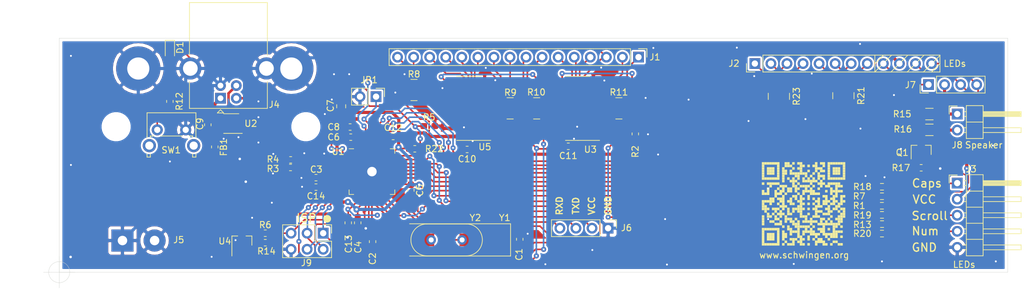
<source format=kicad_pcb>
(kicad_pcb (version 20171130) (host pcbnew 5.1.9+dfsg1-1~bpo10+1)
  (layers (0 F.Cu signal) (31 B.Cu signal) (34 B.Paste user) (35 F.Paste user) (36 B.SilkS user) (37 F.SilkS user) (38 B.Mask user) (39 F.Mask user) (44 Edge.Cuts user))
  (net 0 "")
  (net 1 GND)
  (net 2 +5V)
  (net 3 "Net-(C3-Pad1)")
  (net 4 /ROW0)
  (net 5 /ROW1)
  (net 6 /ROW2)
  (net 7 /ROW3)
  (net 8 /ROW4)
  (net 9 /ROW5)
  (net 10 /ROW6)
  (net 11 /ROW7)
  (net 12 /ROW8)
  (net 13 /ROW9)
  (net 14 /ROW10)
  (net 15 /ROW11)
  (net 16 /ROW12)
  (net 17 /ROW13)
  (net 18 /ROW15)
  (net 19 /COL7)
  (net 20 /COL6)
  (net 21 /COL5)
  (net 22 /COL4)
  (net 23 /COL3)
  (net 24 /COL2)
  (net 25 /COL1)
  (net 26 /COL0)
  (net 27 /RESET-)
  (net 28 /ROW14)
  (net 29 /MOSI)
  (net 30 /SCK)
  (net 31 /MISO)
  (net 32 /RXD)
  (net 33 /TXD)
  (net 34 "Net-(R2-Pad1)")
  (net 35 /LOAD-)
  (net 36 "Net-(U3-Pad10)")
  (net 37 /STATUSLED-)
  (net 38 /AREF)
  (net 39 /BUTTON-)
  (net 40 "Net-(R14-Pad2)")
  (net 41 "Net-(J8-Pad2)")
  (net 42 "Net-(J8-Pad1)")
  (net 43 "Net-(Q1-Pad3)")
  (net 44 /USB_1_DP)
  (net 45 /USB_1_DN)
  (net 46 /SPEAKER)
  (net 47 /USB_2_DP)
  (net 48 /USB_2_DN)
  (net 49 VBUS)
  (net 50 "Net-(JP1-Pad1)")
  (net 51 /X1)
  (net 52 /X2)
  (net 53 /LED1-)
  (net 54 /LED2-)
  (net 55 /LED3-)
  (net 56 "Net-(D1-Pad2)")
  (net 57 "Net-(J2-Pad12)")
  (net 58 "Net-(J2-Pad11)")
  (net 59 "Net-(J2-Pad9)")
  (net 60 "Net-(J3-Pad4)")
  (net 61 "Net-(J3-Pad3)")
  (net 62 "Net-(J3-Pad1)")
  (net 63 "Net-(J2-Pad8)")
  (net 64 "Net-(J2-Pad7)")
  (net 65 "Net-(J2-Pad6)")
  (net 66 "Net-(J2-Pad5)")
  (net 67 "Net-(J2-Pad4)")
  (net 68 "Net-(J2-Pad3)")
  (net 69 "Net-(J2-Pad2)")
  (net 70 "Net-(J2-Pad1)")
  (net 71 "Net-(U1-Pad12)")
  (module Resistor_SMD:R_Array_Convex_4x0603 (layer F.Cu) (at 153.8 69.2 270)
    (fp_text reference R23 (at 0 -2.8 90) (layer F.SilkS))
    (fp_text value 100)
    (pad 5 smd rect (at 0.9 1.2 270) (size 0.8 0.5) (layers F.Cu F.Paste F.Mask) (net 19 /COL7))
    (pad 6 smd rect (at 0.9 0.4 270) (size 0.8 0.4) (layers F.Cu F.Paste F.Mask) (net 20 /COL6))
    (pad 8 smd rect (at 0.9 -1.2 270) (size 0.8 0.5) (layers F.Cu F.Paste F.Mask) (net 22 /COL4))
    (pad 7 smd rect (at 0.9 -0.4 270) (size 0.8 0.4) (layers F.Cu F.Paste F.Mask) (net 21 /COL5))
    (pad 4 smd rect (at -0.9 1.2 270) (size 0.8 0.5) (layers F.Cu F.Paste F.Mask) (net 70 "Net-(J2-Pad1)"))
    (pad 2 smd rect (at -0.9 -0.4 270) (size 0.8 0.4) (layers F.Cu F.Paste F.Mask) (net 68 "Net-(J2-Pad3)"))
    (pad 3 smd rect (at -0.9 0.4 270) (size 0.8 0.4) (layers F.Cu F.Paste F.Mask) (net 69 "Net-(J2-Pad2)"))
    (pad 1 smd rect (at -0.9 -1.2 270) (size 0.8 0.5) (layers F.Cu F.Paste F.Mask) (net 67 "Net-(J2-Pad4)"))
  )
  (module Resistor_SMD:R_Array_Convex_4x0603 (layer F.Cu) (at 164 69.1 270)
    (fp_text reference R21 (at 0 -2.8 90) (layer F.SilkS))
    (fp_text value 100)
    (pad 5 smd rect (at 0.9 1.2 270) (size 0.8 0.5) (layers F.Cu F.Paste F.Mask) (net 23 /COL3))
    (pad 6 smd rect (at 0.9 0.4 270) (size 0.8 0.4) (layers F.Cu F.Paste F.Mask) (net 24 /COL2))
    (pad 8 smd rect (at 0.9 -1.2 270) (size 0.8 0.5) (layers F.Cu F.Paste F.Mask) (net 26 /COL0))
    (pad 7 smd rect (at 0.9 -0.4 270) (size 0.8 0.4) (layers F.Cu F.Paste F.Mask) (net 25 /COL1))
    (pad 4 smd rect (at -0.9 1.2 270) (size 0.8 0.5) (layers F.Cu F.Paste F.Mask) (net 66 "Net-(J2-Pad5)"))
    (pad 2 smd rect (at -0.9 -0.4 270) (size 0.8 0.4) (layers F.Cu F.Paste F.Mask) (net 64 "Net-(J2-Pad7)"))
    (pad 3 smd rect (at -0.9 0.4 270) (size 0.8 0.4) (layers F.Cu F.Paste F.Mask) (net 65 "Net-(J2-Pad6)"))
    (pad 1 smd rect (at -0.9 -1.2 270) (size 0.8 0.5) (layers F.Cu F.Paste F.Mask) (net 63 "Net-(J2-Pad8)"))
  )
  (module Resistor_SMD:R_0603_1608Metric_Pad0.98x0.95mm_HandSolder (layer F.Cu) (at 170.1 90.9)
    (fp_text reference R20 (at -3.1 0) (layer F.SilkS))
    (fp_text value 0)
    (pad 2 smd roundrect (at 0.9125 0) (size 0.975 0.95) (layers F.Cu F.Paste F.Mask) (net 60 "Net-(J3-Pad4)"))
    (pad 1 smd roundrect (at -0.9125 0) (size 0.975 0.95) (layers F.Cu F.Paste F.Mask) (net 55 /LED3-))
  )
  (module Resistor_SMD:R_0603_1608Metric_Pad0.98x0.95mm_HandSolder (layer F.Cu) (at 170.1 87.95)
    (fp_text reference R19 (at -3.1 0.05) (layer F.SilkS))
    (fp_text value 0)
    (pad 2 smd roundrect (at 0.9125 0) (size 0.975 0.95) (layers F.Cu F.Paste F.Mask) (net 61 "Net-(J3-Pad3)"))
    (pad 1 smd roundrect (at -0.9125 0) (size 0.975 0.95) (layers F.Cu F.Paste F.Mask) (net 54 /LED2-))
  )
  (module Resistor_SMD:R_0603_1608Metric_Pad0.98x0.95mm_HandSolder (layer F.Cu) (at 170.1 83.5)
    (fp_text reference R18 (at -3.1 0) (layer F.SilkS))
    (fp_text value 0)
    (pad 2 smd roundrect (at 0.9125 0) (size 0.975 0.95) (layers F.Cu F.Paste F.Mask) (net 62 "Net-(J3-Pad1)"))
    (pad 1 smd roundrect (at -0.9125 0) (size 0.975 0.95) (layers F.Cu F.Paste F.Mask) (net 53 /LED1-))
  )
  (module Resistor_SMD:R_0603_1608Metric_Pad0.98x0.95mm_HandSolder (layer F.Cu) (at 170.1125 89.4)
    (fp_text reference R13 (at -3.1125 0.1) (layer F.SilkS))
    (fp_text value 120)
    (pad 2 smd roundrect (at 0.9125 0) (size 0.975 0.95) (layers F.Cu F.Paste F.Mask) (net 59 "Net-(J2-Pad9)"))
    (pad 1 smd roundrect (at -0.9125 0) (size 0.975 0.95) (layers F.Cu F.Paste F.Mask) (net 55 /LED3-))
  )
  (module Resistor_SMD:R_0603_1608Metric_Pad0.98x0.95mm_HandSolder (layer F.Cu) (at 170.1 85)
    (fp_text reference R7 (at -3.6 0) (layer F.SilkS))
    (fp_text value 120)
    (pad 2 smd roundrect (at 0.9125 0) (size 0.975 0.95) (layers F.Cu F.Paste F.Mask) (net 58 "Net-(J2-Pad11)"))
    (pad 1 smd roundrect (at -0.9125 0) (size 0.975 0.95) (layers F.Cu F.Paste F.Mask) (net 53 /LED1-))
  )
  (module Resistor_SMD:R_0603_1608Metric_Pad0.98x0.95mm_HandSolder (layer F.Cu) (at 170.0875 86.5)
    (fp_text reference R1 (at -3.5875 0) (layer F.SilkS))
    (fp_text value 120)
    (pad 2 smd roundrect (at 0.9125 0) (size 0.975 0.95) (layers F.Cu F.Paste F.Mask) (net 57 "Net-(J2-Pad12)"))
    (pad 1 smd roundrect (at -0.9125 0) (size 0.975 0.95) (layers F.Cu F.Paste F.Mask) (net 54 /LED2-))
  )
  (module Connector_PinHeader_2.54mm:PinHeader_1x04_P2.54mm_Vertical (layer F.Cu) (at 177.46 67.345 90)
    (fp_text reference J7 (at -0.055 -2.86 180) (layer F.SilkS))
    (fp_text value Conn_01x04_Male)
    (pad 4 thru_hole oval (at 0 7.62 90) (size 1.7 1.7) (drill 1) (layers *.Cu *.Mask) (net 57 "Net-(J2-Pad12)"))
    (pad 3 thru_hole oval (at 0 5.08 90) (size 1.7 1.7) (drill 1) (layers *.Cu *.Mask) (net 58 "Net-(J2-Pad11)"))
    (pad 2 thru_hole oval (at 0 2.54 90) (size 1.7 1.7) (drill 1) (layers *.Cu *.Mask) (net 2 +5V))
    (pad 1 thru_hole rect (at 0 0 90) (size 1.7 1.7) (drill 1) (layers *.Cu *.Mask) (net 59 "Net-(J2-Pad9)"))
  )
  (module Connector_PinHeader_2.54mm:PinHeader_1x12_P2.54mm_Vertical (layer F.Cu) (at 149.9996 64.0176 90)
    (fp_text reference J2 (at 0.0176 -3.2996 180) (layer F.SilkS))
    (fp_text value Conn_01x12)
    (pad 12 thru_hole oval (at 0 27.94 90) (size 1.7 1.7) (drill 1) (layers *.Cu *.Mask) (net 57 "Net-(J2-Pad12)"))
    (pad 11 thru_hole oval (at 0 25.4 90) (size 1.7 1.7) (drill 1) (layers *.Cu *.Mask) (net 58 "Net-(J2-Pad11)"))
    (pad 10 thru_hole oval (at 0 22.86 90) (size 1.7 1.7) (drill 1) (layers *.Cu *.Mask) (net 2 +5V))
    (pad 9 thru_hole oval (at 0 20.32 90) (size 1.7 1.7) (drill 1) (layers *.Cu *.Mask) (net 59 "Net-(J2-Pad9)"))
    (pad 8 thru_hole oval (at 0 17.78 90) (size 1.7 1.7) (drill 1) (layers *.Cu *.Mask) (net 63 "Net-(J2-Pad8)"))
    (pad 7 thru_hole oval (at 0 15.24 90) (size 1.7 1.7) (drill 1) (layers *.Cu *.Mask) (net 64 "Net-(J2-Pad7)"))
    (pad 6 thru_hole oval (at 0 12.7 90) (size 1.7 1.7) (drill 1) (layers *.Cu *.Mask) (net 65 "Net-(J2-Pad6)"))
    (pad 5 thru_hole oval (at 0 10.16 90) (size 1.7 1.7) (drill 1) (layers *.Cu *.Mask) (net 66 "Net-(J2-Pad5)"))
    (pad 4 thru_hole oval (at 0 7.62 90) (size 1.7 1.7) (drill 1) (layers *.Cu *.Mask) (net 67 "Net-(J2-Pad4)"))
    (pad 3 thru_hole oval (at 0 5.08 90) (size 1.7 1.7) (drill 1) (layers *.Cu *.Mask) (net 68 "Net-(J2-Pad3)"))
    (pad 2 thru_hole oval (at 0 2.54 90) (size 1.7 1.7) (drill 1) (layers *.Cu *.Mask) (net 69 "Net-(J2-Pad2)"))
    (pad 1 thru_hole rect (at 0 0 90) (size 1.7 1.7) (drill 1) (layers *.Cu *.Mask) (net 70 "Net-(J2-Pad1)"))
  )
  (module Crystal:Crystal_HC49-U_Vertical (layer F.Cu) (at 103.7 91.9 180)
    (fp_text reference Y2 (at -2.1 3.5) (layer F.SilkS))
    (fp_text value 16.0MHz)
    (pad 2 thru_hole circle (at 4.88 0 180) (size 1.5 1.5) (drill 0.8) (layers *.Cu *.Mask) (net 52 /X2))
    (pad 1 thru_hole circle (at 0 0 180) (size 1.5 1.5) (drill 0.8) (layers *.Cu *.Mask) (net 51 /X1))
  )
  (module Resistor_SMD:R_0603_1608Metric_Pad1.05x0.95mm_HandSolder (layer F.Cu) (at 96.225 77.5 180)
    (fp_text reference R22 (at -3.075 0) (layer F.SilkS))
    (fp_text value 10k)
    (pad 2 smd roundrect (at 0.875 0 180) (size 1.05 0.95) (layers F.Cu F.Paste F.Mask) (net 2 +5V))
    (pad 1 smd roundrect (at -0.875 0 180) (size 1.05 0.95) (layers F.Cu F.Paste F.Mask) (net 39 /BUTTON-))
  )
  (module Connector_PinHeader_2.54mm:PinHeader_1x16_P2.54mm_Vertical (layer F.Cu) (at 131.6 63 270)
    (fp_text reference J1 (at 0 -2.6) (layer F.SilkS))
    (fp_text value Conn_01x16 hide)
    (pad 16 thru_hole oval (at 0 38.1 270) (size 1.7 1.7) (drill 1) (layers *.Cu *.Mask) (net 4 /ROW0))
    (pad 15 thru_hole oval (at 0 35.56 270) (size 1.7 1.7) (drill 1) (layers *.Cu *.Mask) (net 5 /ROW1))
    (pad 14 thru_hole oval (at 0 33.02 270) (size 1.7 1.7) (drill 1) (layers *.Cu *.Mask) (net 6 /ROW2))
    (pad 13 thru_hole oval (at 0 30.48 270) (size 1.7 1.7) (drill 1) (layers *.Cu *.Mask) (net 7 /ROW3))
    (pad 12 thru_hole oval (at 0 27.94 270) (size 1.7 1.7) (drill 1) (layers *.Cu *.Mask) (net 8 /ROW4))
    (pad 11 thru_hole oval (at 0 25.4 270) (size 1.7 1.7) (drill 1) (layers *.Cu *.Mask) (net 9 /ROW5))
    (pad 10 thru_hole oval (at 0 22.86 270) (size 1.7 1.7) (drill 1) (layers *.Cu *.Mask) (net 10 /ROW6))
    (pad 9 thru_hole oval (at 0 20.32 270) (size 1.7 1.7) (drill 1) (layers *.Cu *.Mask) (net 11 /ROW7))
    (pad 8 thru_hole oval (at 0 17.78 270) (size 1.7 1.7) (drill 1) (layers *.Cu *.Mask) (net 12 /ROW8))
    (pad 7 thru_hole oval (at 0 15.24 270) (size 1.7 1.7) (drill 1) (layers *.Cu *.Mask) (net 13 /ROW9))
    (pad 6 thru_hole oval (at 0 12.7 270) (size 1.7 1.7) (drill 1) (layers *.Cu *.Mask) (net 14 /ROW10))
    (pad 5 thru_hole oval (at 0 10.16 270) (size 1.7 1.7) (drill 1) (layers *.Cu *.Mask) (net 15 /ROW11))
    (pad 4 thru_hole oval (at 0 7.62 270) (size 1.7 1.7) (drill 1) (layers *.Cu *.Mask) (net 16 /ROW12))
    (pad 3 thru_hole oval (at 0 5.08 270) (size 1.7 1.7) (drill 1) (layers *.Cu *.Mask) (net 17 /ROW13))
    (pad 2 thru_hole oval (at 0 2.54 270) (size 1.7 1.7) (drill 1) (layers *.Cu *.Mask) (net 28 /ROW14))
    (pad 1 thru_hole rect (at 0 0 270) (size 1.7 1.7) (drill 1) (layers *.Cu *.Mask) (net 18 /ROW15))
  )
  (module Capacitor_SMD:C_0603_1608Metric_Pad1.05x0.95mm_HandSolder (layer F.Cu) (at 92.8 75.55 180)
    (fp_text reference C12 (at 0 1.4) (layer F.SilkS))
    (fp_text value 100nF)
    (pad 2 smd roundrect (at 0.875 0 180) (size 1.05 0.95) (layers F.Cu F.Paste F.Mask) (net 1 GND))
    (pad 1 smd roundrect (at -0.875 0 180) (size 1.05 0.95) (layers F.Cu F.Paste F.Mask) (net 2 +5V))
  )
  (module Connector_PinHeader_2.54mm:PinHeader_1x02_P2.54mm_Vertical (layer F.Cu) (at 90.1 69.25 270)
    (fp_text reference JP1 (at -2.65 1.1 180) (layer F.SilkS))
    (fp_text value Jumper)
    (pad 2 thru_hole oval (at 0 2.54 270) (size 1.7 1.7) (drill 1) (layers *.Cu *.Mask) (net 1 GND))
    (pad 1 thru_hole rect (at 0 0 270) (size 1.7 1.7) (drill 1) (layers *.Cu *.Mask) (net 50 "Net-(JP1-Pad1)"))
  )
  (module MS_Mechanical:QR_schwingen_Silk (layer F.Cu) (at 157.9 86.4)
    (fp_text reference QR1 hide)
    (fp_text value www.schwingen.org (at -0.1 7.9) (layer F.SilkS))
  )
  (module Resistor_SMD:R_0603_1608Metric_Pad1.05x0.95mm_HandSolder (layer F.Cu) (at 76.6 79.25)
    (fp_text reference R4 (at -2.8 -0.1) (layer F.SilkS))
    (fp_text value 22)
    (pad 2 smd roundrect (at 0.875 0) (size 1.05 0.95) (layers F.Cu F.Paste F.Mask) (net 48 /USB_2_DN))
    (pad 1 smd roundrect (at -0.875 0) (size 1.05 0.95) (layers F.Cu F.Paste F.Mask) (net 45 /USB_1_DN))
  )
  (module Resistor_SMD:R_0603_1608Metric_Pad1.05x0.95mm_HandSolder (layer F.Cu) (at 76.575 80.45)
    (fp_text reference R3 (at -2.775 0.2) (layer F.SilkS))
    (fp_text value 22)
    (pad 2 smd roundrect (at 0.875 0) (size 1.05 0.95) (layers F.Cu F.Paste F.Mask) (net 47 /USB_2_DP))
    (pad 1 smd roundrect (at -0.875 0) (size 1.05 0.95) (layers F.Cu F.Paste F.Mask) (net 44 /USB_1_DP))
  )
  (module Connector_PinHeader_2.54mm:PinHeader_1x05_P2.54mm_Horizontal (layer F.Cu) (at 182 82.92)
    (fp_text reference J3 (at 2.2 -2.22) (layer F.SilkS))
    (fp_text value Conn_01x05_Male hide)
    (pad 5 thru_hole oval (at 0 10.16) (size 1.7 1.7) (drill 1) (layers *.Cu *.Mask) (net 1 GND))
    (pad 4 thru_hole oval (at 0 7.62) (size 1.7 1.7) (drill 1) (layers *.Cu *.Mask) (net 60 "Net-(J3-Pad4)"))
    (pad 3 thru_hole oval (at 0 5.08) (size 1.7 1.7) (drill 1) (layers *.Cu *.Mask) (net 61 "Net-(J3-Pad3)"))
    (pad 2 thru_hole oval (at 0 2.54) (size 1.7 1.7) (drill 1) (layers *.Cu *.Mask) (net 2 +5V))
    (pad 1 thru_hole rect (at 0 0) (size 1.7 1.7) (drill 1) (layers *.Cu *.Mask) (net 62 "Net-(J3-Pad1)"))
  )
  (module Package_SO:SOIC-16_3.9x9.9mm_P1.27mm (layer F.Cu) (at 122 71.1 180)
    (fp_text reference U3 (at -2 -6.5) (layer F.SilkS))
    (fp_text value 74HC165)
    (pad 16 smd roundrect (at 2.475 -4.445 180) (size 1.95 0.6) (layers F.Cu F.Paste F.Mask) (net 2 +5V))
    (pad 15 smd roundrect (at 2.475 -3.175 180) (size 1.95 0.6) (layers F.Cu F.Paste F.Mask) (net 1 GND))
    (pad 14 smd roundrect (at 2.475 -1.905 180) (size 1.95 0.6) (layers F.Cu F.Paste F.Mask) (net 15 /ROW11))
    (pad 13 smd roundrect (at 2.475 -0.635 180) (size 1.95 0.6) (layers F.Cu F.Paste F.Mask) (net 14 /ROW10))
    (pad 12 smd roundrect (at 2.475 0.635 180) (size 1.95 0.6) (layers F.Cu F.Paste F.Mask) (net 12 /ROW8))
    (pad 11 smd roundrect (at 2.475 1.905 180) (size 1.95 0.6) (layers F.Cu F.Paste F.Mask) (net 13 /ROW9))
    (pad 10 smd roundrect (at 2.475 3.175 180) (size 1.95 0.6) (layers F.Cu F.Paste F.Mask) (net 36 "Net-(U3-Pad10)"))
    (pad 9 smd roundrect (at 2.475 4.445 180) (size 1.95 0.6) (layers F.Cu F.Paste F.Mask) (net 34 "Net-(R2-Pad1)"))
    (pad 8 smd roundrect (at -2.475 4.445 180) (size 1.95 0.6) (layers F.Cu F.Paste F.Mask) (net 1 GND))
    (pad 7 smd roundrect (at -2.475 3.175 180) (size 1.95 0.6) (layers F.Cu F.Paste F.Mask))
    (pad 6 smd roundrect (at -2.475 1.905 180) (size 1.95 0.6) (layers F.Cu F.Paste F.Mask) (net 28 /ROW14))
    (pad 5 smd roundrect (at -2.475 0.635 180) (size 1.95 0.6) (layers F.Cu F.Paste F.Mask) (net 18 /ROW15))
    (pad 4 smd roundrect (at -2.475 -0.635 180) (size 1.95 0.6) (layers F.Cu F.Paste F.Mask) (net 17 /ROW13))
    (pad 3 smd roundrect (at -2.475 -1.905 180) (size 1.95 0.6) (layers F.Cu F.Paste F.Mask) (net 16 /ROW12))
    (pad 2 smd roundrect (at -2.475 -3.175 180) (size 1.95 0.6) (layers F.Cu F.Paste F.Mask) (net 30 /SCK))
    (pad 1 smd roundrect (at -2.475 -4.445 180) (size 1.95 0.6) (layers F.Cu F.Paste F.Mask) (net 35 /LOAD-))
  )
  (module Resistor_SMD:R_0603_1608Metric_Pad1.05x0.95mm_HandSolder (layer F.Cu) (at 176.3 80.5)
    (fp_text reference R17 (at -3.2 0) (layer F.SilkS))
    (fp_text value 10k)
    (pad 2 smd roundrect (at 0.875 0) (size 1.05 0.95) (layers F.Cu F.Paste F.Mask) (net 1 GND))
    (pad 1 smd roundrect (at -0.875 0) (size 1.05 0.95) (layers F.Cu F.Paste F.Mask) (net 46 /SPEAKER))
  )
  (module Resistor_SMD:R_Array_Convex_4x0603 (layer F.Cu) (at 128.5 71.1)
    (fp_text reference R11 (at 0 -2.55) (layer F.SilkS))
    (fp_text value 47k)
    (pad 5 smd rect (at 0.9 1.2) (size 0.8 0.5) (layers F.Cu F.Paste F.Mask) (net 2 +5V))
    (pad 6 smd rect (at 0.9 0.4) (size 0.8 0.4) (layers F.Cu F.Paste F.Mask) (net 2 +5V))
    (pad 8 smd rect (at 0.9 -1.2) (size 0.8 0.5) (layers F.Cu F.Paste F.Mask) (net 2 +5V))
    (pad 7 smd rect (at 0.9 -0.4) (size 0.8 0.4) (layers F.Cu F.Paste F.Mask) (net 2 +5V))
    (pad 4 smd rect (at -0.9 1.2) (size 0.8 0.5) (layers F.Cu F.Paste F.Mask) (net 16 /ROW12))
    (pad 2 smd rect (at -0.9 -0.4) (size 0.8 0.4) (layers F.Cu F.Paste F.Mask) (net 18 /ROW15))
    (pad 3 smd rect (at -0.9 0.4) (size 0.8 0.4) (layers F.Cu F.Paste F.Mask) (net 17 /ROW13))
    (pad 1 smd rect (at -0.9 -1.2) (size 0.8 0.5) (layers F.Cu F.Paste F.Mask) (net 28 /ROW14))
  )
  (module Capacitor_SMD:C_0603_1608Metric_Pad1.05x0.95mm_HandSolder (layer F.Cu) (at 80.6 83.55 180)
    (fp_text reference C14 (at 0 -1.43) (layer F.SilkS))
    (fp_text value 100nF)
    (pad 2 smd roundrect (at 0.875 0 180) (size 1.05 0.95) (layers F.Cu F.Paste F.Mask) (net 1 GND))
    (pad 1 smd roundrect (at -0.875 0 180) (size 1.05 0.95) (layers F.Cu F.Paste F.Mask) (net 2 +5V))
  )
  (module Capacitor_SMD:C_0603_1608Metric_Pad1.05x0.95mm_HandSolder (layer F.Cu) (at 89.55 92.175 90)
    (fp_text reference C2 (at -2.7 0 90) (layer F.SilkS))
    (fp_text value 22pF)
    (pad 2 smd roundrect (at 0.875 0 90) (size 1.05 0.95) (layers F.Cu F.Paste F.Mask) (net 52 /X2))
    (pad 1 smd roundrect (at -0.875 0 90) (size 1.05 0.95) (layers F.Cu F.Paste F.Mask) (net 1 GND))
  )
  (module Connector_USB:USB_B_OST_USB-B1HSxx_Horizontal (layer F.Cu) (at 65.5 69.5 90)
    (fp_text reference J4 (at -1 8.5 180) (layer F.SilkS))
    (fp_text value USB_B)
    (pad 5 thru_hole circle (at 4.71 7.27 90) (size 3.5 3.5) (drill 2.33) (layers *.Cu *.Mask) (net 1 GND))
    (pad 5 thru_hole circle (at 4.71 -4.77 90) (size 3.5 3.5) (drill 2.33) (layers *.Cu *.Mask) (net 1 GND))
    (pad 4 thru_hole circle (at 2 0 90) (size 1.7 1.7) (drill 0.92) (layers *.Cu *.Mask) (net 1 GND))
    (pad 3 thru_hole circle (at 2 2.5 90) (size 1.7 1.7) (drill 0.92) (layers *.Cu *.Mask) (net 44 /USB_1_DP))
    (pad 2 thru_hole circle (at 0 2.5 90) (size 1.7 1.7) (drill 0.92) (layers *.Cu *.Mask) (net 45 /USB_1_DN))
    (pad 1 thru_hole rect (at 0 0 90) (size 1.7 1.7) (drill 0.92) (layers *.Cu *.Mask) (net 49 VBUS))
  )
  (module Connector_PinHeader_2.54mm:PinHeader_1x02_P2.54mm_Horizontal (layer F.Cu) (at 182 72)
    (fp_text reference J8 (at 0 4.9) (layer F.SilkS))
    (fp_text value Conn_01x02 hide)
    (pad 2 thru_hole oval (at 0 2.54) (size 1.7 1.7) (drill 1) (layers *.Cu *.Mask) (net 41 "Net-(J8-Pad2)"))
    (pad 1 thru_hole rect (at 0 0) (size 1.7 1.7) (drill 1) (layers *.Cu *.Mask) (net 42 "Net-(J8-Pad1)"))
  )
  (module Resistor_SMD:R_1206_3216Metric_Pad1.42x1.75mm_HandSolder (layer F.Cu) (at 177.6 74.5)
    (fp_text reference R16 (at -4.2 -0.1) (layer F.SilkS))
    (fp_text value 22)
    (pad 2 smd roundrect (at 1.4875 0) (size 1.425 1.75) (layers F.Cu F.Paste F.Mask) (roundrect_rratio 0.175439) (net 41 "Net-(J8-Pad2)"))
    (pad 1 smd roundrect (at -1.4875 0) (size 1.425 1.75) (layers F.Cu F.Paste F.Mask) (roundrect_rratio 0.175439) (net 43 "Net-(Q1-Pad3)"))
  )
  (module Resistor_SMD:R_1206_3216Metric_Pad1.42x1.75mm_HandSolder (layer F.Cu) (at 177.6 72)
    (fp_text reference R15 (at -4.3 0) (layer F.SilkS))
    (fp_text value 22)
    (pad 2 smd roundrect (at 1.4875 0) (size 1.425 1.75) (layers F.Cu F.Paste F.Mask) (roundrect_rratio 0.175439) (net 42 "Net-(J8-Pad1)"))
    (pad 1 smd roundrect (at -1.4875 0) (size 1.425 1.75) (layers F.Cu F.Paste F.Mask) (roundrect_rratio 0.175439) (net 2 +5V))
  )
  (module Package_TO_SOT_SMD:SOT-23 (layer F.Cu) (at 176.3 77.7 90)
    (fp_text reference Q1 (at -0.4 -3 180) (layer F.SilkS))
    (fp_text value 2N7002)
    (pad 3 smd rect (at 1 0 90) (size 0.9 0.8) (layers F.Cu F.Paste F.Mask) (net 43 "Net-(Q1-Pad3)"))
    (pad 2 smd rect (at -1 0.95 90) (size 0.9 0.8) (layers F.Cu F.Paste F.Mask) (net 1 GND))
    (pad 1 smd rect (at -1 -0.95 90) (size 0.9 0.8) (layers F.Cu F.Paste F.Mask) (net 46 /SPEAKER))
  )
  (module Capacitor_SMD:C_0603_1608Metric_Pad1.05x0.95mm_HandSolder (layer F.Cu) (at 85.7 89.2 90)
    (fp_text reference C13 (at -3.35 0.05 90) (layer F.SilkS))
    (fp_text value 100nF)
    (pad 2 smd roundrect (at 0.875 0 90) (size 1.05 0.95) (layers F.Cu F.Paste F.Mask) (net 27 /RESET-))
    (pad 1 smd roundrect (at -0.875 0 90) (size 1.05 0.95) (layers F.Cu F.Paste F.Mask) (net 1 GND))
  )
  (module Package_TO_SOT_SMD:SOT-23_Handsoldering (layer F.Cu) (at 68.88 92.04 90)
    (fp_text reference U4 (at -0.06 -2.69 180) (layer F.SilkS))
    (fp_text value MAX809T)
    (pad 3 smd rect (at 1.5 0 90) (size 1.9 0.8) (layers F.Cu F.Paste F.Mask) (net 2 +5V))
    (pad 2 smd rect (at -1.5 0.95 90) (size 1.9 0.8) (layers F.Cu F.Paste F.Mask) (net 40 "Net-(R14-Pad2)"))
    (pad 1 smd rect (at -1.5 -0.95 90) (size 1.9 0.8) (layers F.Cu F.Paste F.Mask) (net 1 GND))
  )
  (module Resistor_SMD:R_0603_1608Metric_Pad1.05x0.95mm_HandSolder (layer F.Cu) (at 72.58 92.34 180)
    (fp_text reference R14 (at -0.19 -1.35) (layer F.SilkS))
    (fp_text value 10k)
    (pad 2 smd roundrect (at 0.875 0 180) (size 1.05 0.95) (layers F.Cu F.Paste F.Mask) (net 40 "Net-(R14-Pad2)"))
    (pad 1 smd roundrect (at -0.875 0 180) (size 1.05 0.95) (layers F.Cu F.Paste F.Mask) (net 27 /RESET-))
  )
  (module MountingHole:MountingHole_4mm (layer F.Cu) (at 49 74)
    (fp_text reference H4 hide)
    (fp_text value MountingHole hide)
    (pad 1 np_thru_hole circle (at 0 0) (size 4 4) (drill 4) (layers *.Cu *.Mask))
  )
  (module MountingHole:MountingHole_4mm (layer F.Cu) (at 79 74)
    (fp_text reference H3 hide)
    (fp_text value MountingHole hide)
    (pad 1 np_thru_hole circle (at 0 0) (size 4 4) (drill 4) (layers *.Cu *.Mask))
  )
  (module Resistor_SMD:R_0603_1608Metric_Pad1.05x0.95mm_HandSolder (layer F.Cu) (at 57.5 70 270)
    (fp_text reference R12 (at 0 -1.5 90) (layer F.SilkS))
    (fp_text value 1k)
    (pad 2 smd roundrect (at 0.875 0 270) (size 1.05 0.95) (layers F.Cu F.Paste F.Mask) (net 37 /STATUSLED-))
    (pad 1 smd roundrect (at -0.875 0 270) (size 1.05 0.95) (layers F.Cu F.Paste F.Mask) (net 56 "Net-(D1-Pad2)"))
  )
  (module LED_SMD:LED_0603_1608Metric_Pad1.05x0.95mm_HandSolder (layer F.Cu) (at 57.5 62 270)
    (fp_text reference D1 (at -0.5 -1.6 90) (layer F.SilkS))
    (fp_text value LED)
    (pad 2 smd roundrect (at 0.875 0 270) (size 1.05 0.95) (layers F.Cu F.Paste F.Mask) (net 56 "Net-(D1-Pad2)"))
    (pad 1 smd roundrect (at -0.875 0 270) (size 1.05 0.95) (layers F.Cu F.Paste F.Mask) (net 1 GND))
  )
  (module Capacitor_SMD:C_0603_1608Metric_Pad1.05x0.95mm_HandSolder (layer F.Cu) (at 120.5 77.1)
    (fp_text reference C11 (at 0 1.5) (layer F.SilkS))
    (fp_text value 100nF)
    (pad 2 smd roundrect (at 0.875 0) (size 1.05 0.95) (layers F.Cu F.Paste F.Mask) (net 1 GND))
    (pad 1 smd roundrect (at -0.875 0) (size 1.05 0.95) (layers F.Cu F.Paste F.Mask) (net 2 +5V))
  )
  (module Capacitor_SMD:C_0603_1608Metric_Pad1.05x0.95mm_HandSolder (layer F.Cu) (at 104.5 77.6)
    (fp_text reference C10 (at 0 1.5) (layer F.SilkS))
    (fp_text value 100nF)
    (pad 2 smd roundrect (at 0.875 0) (size 1.05 0.95) (layers F.Cu F.Paste F.Mask) (net 1 GND))
    (pad 1 smd roundrect (at -0.875 0) (size 1.05 0.95) (layers F.Cu F.Paste F.Mask) (net 2 +5V))
  )
  (module Package_SO:SOIC-16_3.9x9.9mm_P1.27mm (layer F.Cu) (at 104.8 71.1 180)
    (fp_text reference U5 (at -2.5 -6.1) (layer F.SilkS))
    (fp_text value 74HC165)
    (pad 16 smd roundrect (at 2.475 -4.445 180) (size 1.95 0.6) (layers F.Cu F.Paste F.Mask) (net 2 +5V))
    (pad 15 smd roundrect (at 2.475 -3.175 180) (size 1.95 0.6) (layers F.Cu F.Paste F.Mask) (net 1 GND))
    (pad 14 smd roundrect (at 2.475 -1.905 180) (size 1.95 0.6) (layers F.Cu F.Paste F.Mask) (net 7 /ROW3))
    (pad 13 smd roundrect (at 2.475 -0.635 180) (size 1.95 0.6) (layers F.Cu F.Paste F.Mask) (net 6 /ROW2))
    (pad 12 smd roundrect (at 2.475 0.635 180) (size 1.95 0.6) (layers F.Cu F.Paste F.Mask) (net 4 /ROW0))
    (pad 11 smd roundrect (at 2.475 1.905 180) (size 1.95 0.6) (layers F.Cu F.Paste F.Mask) (net 5 /ROW1))
    (pad 10 smd roundrect (at 2.475 3.175 180) (size 1.95 0.6) (layers F.Cu F.Paste F.Mask) (net 1 GND))
    (pad 9 smd roundrect (at 2.475 4.445 180) (size 1.95 0.6) (layers F.Cu F.Paste F.Mask) (net 36 "Net-(U3-Pad10)"))
    (pad 8 smd roundrect (at -2.475 4.445 180) (size 1.95 0.6) (layers F.Cu F.Paste F.Mask) (net 1 GND))
    (pad 7 smd roundrect (at -2.475 3.175 180) (size 1.95 0.6) (layers F.Cu F.Paste F.Mask))
    (pad 6 smd roundrect (at -2.475 1.905 180) (size 1.95 0.6) (layers F.Cu F.Paste F.Mask) (net 10 /ROW6))
    (pad 5 smd roundrect (at -2.475 0.635 180) (size 1.95 0.6) (layers F.Cu F.Paste F.Mask) (net 11 /ROW7))
    (pad 4 smd roundrect (at -2.475 -0.635 180) (size 1.95 0.6) (layers F.Cu F.Paste F.Mask) (net 9 /ROW5))
    (pad 3 smd roundrect (at -2.475 -1.905 180) (size 1.95 0.6) (layers F.Cu F.Paste F.Mask) (net 8 /ROW4))
    (pad 2 smd roundrect (at -2.475 -3.175 180) (size 1.95 0.6) (layers F.Cu F.Paste F.Mask) (net 30 /SCK))
    (pad 1 smd roundrect (at -2.475 -4.445 180) (size 1.95 0.6) (layers F.Cu F.Paste F.Mask) (net 35 /LOAD-))
  )
  (module Resistor_SMD:R_Array_Convex_4x0603 (layer F.Cu) (at 115.5 71.1 180)
    (fp_text reference R10 (at 0.05 2.55) (layer F.SilkS))
    (fp_text value 47k)
    (pad 5 smd rect (at 0.9 1.2 180) (size 0.8 0.5) (layers F.Cu F.Paste F.Mask) (net 2 +5V))
    (pad 6 smd rect (at 0.9 0.4 180) (size 0.8 0.4) (layers F.Cu F.Paste F.Mask) (net 2 +5V))
    (pad 8 smd rect (at 0.9 -1.2 180) (size 0.8 0.5) (layers F.Cu F.Paste F.Mask) (net 2 +5V))
    (pad 7 smd rect (at 0.9 -0.4 180) (size 0.8 0.4) (layers F.Cu F.Paste F.Mask) (net 2 +5V))
    (pad 4 smd rect (at -0.9 1.2 180) (size 0.8 0.5) (layers F.Cu F.Paste F.Mask) (net 13 /ROW9))
    (pad 2 smd rect (at -0.9 -0.4 180) (size 0.8 0.4) (layers F.Cu F.Paste F.Mask) (net 14 /ROW10))
    (pad 3 smd rect (at -0.9 0.4 180) (size 0.8 0.4) (layers F.Cu F.Paste F.Mask) (net 12 /ROW8))
    (pad 1 smd rect (at -0.9 -1.2 180) (size 0.8 0.5) (layers F.Cu F.Paste F.Mask) (net 15 /ROW11))
  )
  (module Resistor_SMD:R_Array_Convex_4x0603 (layer F.Cu) (at 111.3 71.1)
    (fp_text reference R9 (at 0.05 -2.5) (layer F.SilkS))
    (fp_text value 47k)
    (pad 5 smd rect (at 0.9 1.2) (size 0.8 0.5) (layers F.Cu F.Paste F.Mask) (net 2 +5V))
    (pad 6 smd rect (at 0.9 0.4) (size 0.8 0.4) (layers F.Cu F.Paste F.Mask) (net 2 +5V))
    (pad 8 smd rect (at 0.9 -1.2) (size 0.8 0.5) (layers F.Cu F.Paste F.Mask) (net 2 +5V))
    (pad 7 smd rect (at 0.9 -0.4) (size 0.8 0.4) (layers F.Cu F.Paste F.Mask) (net 2 +5V))
    (pad 4 smd rect (at -0.9 1.2) (size 0.8 0.5) (layers F.Cu F.Paste F.Mask) (net 8 /ROW4))
    (pad 2 smd rect (at -0.9 -0.4) (size 0.8 0.4) (layers F.Cu F.Paste F.Mask) (net 11 /ROW7))
    (pad 3 smd rect (at -0.9 0.4) (size 0.8 0.4) (layers F.Cu F.Paste F.Mask) (net 9 /ROW5))
    (pad 1 smd rect (at -0.9 -1.2) (size 0.8 0.5) (layers F.Cu F.Paste F.Mask) (net 10 /ROW6))
  )
  (module Resistor_SMD:R_Array_Convex_4x0603 (layer F.Cu) (at 96.1 68.2 180)
    (fp_text reference R8 (at 0 2.5) (layer F.SilkS))
    (fp_text value 47k)
    (pad 5 smd rect (at 0.9 1.2 180) (size 0.8 0.5) (layers F.Cu F.Paste F.Mask) (net 2 +5V))
    (pad 6 smd rect (at 0.9 0.4 180) (size 0.8 0.4) (layers F.Cu F.Paste F.Mask) (net 2 +5V))
    (pad 8 smd rect (at 0.9 -1.2 180) (size 0.8 0.5) (layers F.Cu F.Paste F.Mask) (net 2 +5V))
    (pad 7 smd rect (at 0.9 -0.4 180) (size 0.8 0.4) (layers F.Cu F.Paste F.Mask) (net 2 +5V))
    (pad 4 smd rect (at -0.9 1.2 180) (size 0.8 0.5) (layers F.Cu F.Paste F.Mask) (net 5 /ROW1))
    (pad 2 smd rect (at -0.9 -0.4 180) (size 0.8 0.4) (layers F.Cu F.Paste F.Mask) (net 6 /ROW2))
    (pad 3 smd rect (at -0.9 0.4 180) (size 0.8 0.4) (layers F.Cu F.Paste F.Mask) (net 4 /ROW0))
    (pad 1 smd rect (at -0.9 -1.2 180) (size 0.8 0.5) (layers F.Cu F.Paste F.Mask) (net 7 /ROW3))
  )
  (module Resistor_SMD:R_0603_1608Metric_Pad1.05x0.95mm_HandSolder (layer F.Cu) (at 131.1 75.14 270)
    (fp_text reference R2 (at 2.8 0 90) (layer F.SilkS))
    (fp_text value 1k)
    (pad 2 smd roundrect (at 0.875 0 270) (size 1.05 0.95) (layers F.Cu F.Paste F.Mask) (net 31 /MISO))
    (pad 1 smd roundrect (at -0.875 0 270) (size 1.05 0.95) (layers F.Cu F.Paste F.Mask) (net 34 "Net-(R2-Pad1)"))
  )
  (module Connector_PinHeader_2.54mm:PinHeader_1x04_P2.54mm_Vertical (layer F.Cu) (at 126.79 90.05 270)
    (fp_text reference J6 (at -0.05 -2.91 180) (layer F.SilkS))
    (fp_text value Conn_01x04 hide)
    (pad 4 thru_hole oval (at 0 7.62 270) (size 1.7 1.7) (drill 1) (layers *.Cu *.Mask) (net 32 /RXD))
    (pad 3 thru_hole oval (at 0 5.08 270) (size 1.7 1.7) (drill 1) (layers *.Cu *.Mask) (net 33 /TXD))
    (pad 2 thru_hole oval (at 0 2.54 270) (size 1.7 1.7) (drill 1) (layers *.Cu *.Mask) (net 2 +5V))
    (pad 1 thru_hole rect (at 0 0 270) (size 1.7 1.7) (drill 1) (layers *.Cu *.Mask) (net 1 GND))
  )
  (module Inductor_SMD:L_0603_1608Metric_Pad1.05x0.95mm_HandSolder (layer F.Cu) (at 64.6 77.2 270)
    (fp_text reference FB1 (at 0.05 -1.4 90) (layer F.SilkS))
    (fp_text value BLM18PG121)
    (pad 2 smd roundrect (at 0.875 0 270) (size 1.05 0.95) (layers F.Cu F.Paste F.Mask) (net 2 +5V))
    (pad 1 smd roundrect (at -0.875 0 270) (size 1.05 0.95) (layers F.Cu F.Paste F.Mask) (net 49 VBUS))
  )
  (module Connector_PinHeader_2.54mm:PinHeader_2x03_P2.54mm_Vertical (layer F.Cu) (at 81.74 90.84 270)
    (fp_text reference J9 (at 4.69 2.65 180) (layer F.SilkS))
    (fp_text value AVR-ISP-6 hide)
    (pad 6 thru_hole oval (at 2.54 5.08 270) (size 1.7 1.7) (drill 1) (layers *.Cu *.Mask) (net 1 GND))
    (pad 5 thru_hole oval (at 0 5.08 270) (size 1.7 1.7) (drill 1) (layers *.Cu *.Mask) (net 27 /RESET-))
    (pad 4 thru_hole oval (at 2.54 2.54 270) (size 1.7 1.7) (drill 1) (layers *.Cu *.Mask) (net 29 /MOSI))
    (pad 3 thru_hole oval (at 0 2.54 270) (size 1.7 1.7) (drill 1) (layers *.Cu *.Mask) (net 30 /SCK))
    (pad 2 thru_hole oval (at 2.54 0 270) (size 1.7 1.7) (drill 1) (layers *.Cu *.Mask) (net 2 +5V))
    (pad 1 thru_hole rect (at 0 0 270) (size 1.7 1.7) (drill 1) (layers *.Cu *.Mask) (net 31 /MISO))
  )
  (module Capacitor_SMD:C_0603_1608Metric_Pad1.05x0.95mm_HandSolder (layer F.Cu) (at 63.5 73.7 90)
    (fp_text reference C9 (at 0.15 -1.25 90) (layer F.SilkS))
    (fp_text value 10nF)
    (pad 2 smd roundrect (at 0.875 0 90) (size 1.05 0.95) (layers F.Cu F.Paste F.Mask) (net 1 GND))
    (pad 1 smd roundrect (at -0.875 0 90) (size 1.05 0.95) (layers F.Cu F.Paste F.Mask) (net 49 VBUS))
  )
  (module Capacitor_SMD:C_0603_1608Metric_Pad1.05x0.95mm_HandSolder (layer F.Cu) (at 86 74.05 180)
    (fp_text reference C8 (at 2.6 0) (layer F.SilkS))
    (fp_text value 100nF)
    (pad 2 smd roundrect (at 0.875 0 180) (size 1.05 0.95) (layers F.Cu F.Paste F.Mask) (net 1 GND))
    (pad 1 smd roundrect (at -0.875 0 180) (size 1.05 0.95) (layers F.Cu F.Paste F.Mask) (net 38 /AREF))
  )
  (module Package_DFN_QFN:QFN-44-1EP_7x7mm_P0.5mm_EP5.2x5.2mm (layer F.Cu) (at 89.45 81.1)
    (fp_text reference U1 (at -5.35 -3.15) (layer F.SilkS))
    (fp_text value ATmega32U4-MU)
    (pad 44 smd roundrect (at -2.5 -3.3375) (size 0.25 1.075) (layers F.Cu F.Paste F.Mask) (net 2 +5V))
    (pad 43 smd roundrect (at -2 -3.3375) (size 0.25 1.075) (layers F.Cu F.Paste F.Mask) (net 1 GND))
    (pad 42 smd roundrect (at -1.5 -3.3375) (size 0.25 1.075) (layers F.Cu F.Paste F.Mask) (net 38 /AREF))
    (pad 41 smd roundrect (at -1 -3.3375) (size 0.25 1.075) (layers F.Cu F.Paste F.Mask) (net 17 /ROW13))
    (pad 40 smd roundrect (at -0.5 -3.3375) (size 0.25 1.075) (layers F.Cu F.Paste F.Mask) (net 50 "Net-(JP1-Pad1)"))
    (pad 39 smd roundrect (at 0 -3.3375) (size 0.25 1.075) (layers F.Cu F.Paste F.Mask) (net 19 /COL7))
    (pad 38 smd roundrect (at 0.5 -3.3375) (size 0.25 1.075) (layers F.Cu F.Paste F.Mask) (net 20 /COL6))
    (pad 37 smd roundrect (at 1 -3.3375) (size 0.25 1.075) (layers F.Cu F.Paste F.Mask) (net 21 /COL5))
    (pad 36 smd roundrect (at 1.5 -3.3375) (size 0.25 1.075) (layers F.Cu F.Paste F.Mask) (net 22 /COL4))
    (pad 35 smd roundrect (at 2 -3.3375) (size 0.25 1.075) (layers F.Cu F.Paste F.Mask) (net 1 GND))
    (pad 34 smd roundrect (at 2.5 -3.3375) (size 0.25 1.075) (layers F.Cu F.Paste F.Mask) (net 2 +5V))
    (pad 33 smd roundrect (at 3.3375 -2.5) (size 1.075 0.25) (layers F.Cu F.Paste F.Mask) (net 39 /BUTTON-))
    (pad 32 smd roundrect (at 3.3375 -2) (size 1.075 0.25) (layers F.Cu F.Paste F.Mask))
    (pad 31 smd roundrect (at 3.3375 -1.5) (size 1.075 0.25) (layers F.Cu F.Paste F.Mask) (net 46 /SPEAKER))
    (pad 30 smd roundrect (at 3.3375 -1) (size 1.075 0.25) (layers F.Cu F.Paste F.Mask) (net 54 /LED2-))
    (pad 29 smd roundrect (at 3.3375 -0.5) (size 1.075 0.25) (layers F.Cu F.Paste F.Mask) (net 53 /LED1-))
    (pad 28 smd roundrect (at 3.3375 0) (size 1.075 0.25) (layers F.Cu F.Paste F.Mask) (net 23 /COL3))
    (pad 27 smd roundrect (at 3.3375 0.5) (size 1.075 0.25) (layers F.Cu F.Paste F.Mask) (net 24 /COL2))
    (pad 26 smd roundrect (at 3.3375 1) (size 1.075 0.25) (layers F.Cu F.Paste F.Mask))
    (pad 25 smd roundrect (at 3.3375 1.5) (size 1.075 0.25) (layers F.Cu F.Paste F.Mask) (net 25 /COL1))
    (pad 24 smd roundrect (at 3.3375 2) (size 1.075 0.25) (layers F.Cu F.Paste F.Mask) (net 2 +5V))
    (pad 23 smd roundrect (at 3.3375 2.5) (size 1.075 0.25) (layers F.Cu F.Paste F.Mask) (net 1 GND))
    (pad 22 smd roundrect (at 2.5 3.3375) (size 0.25 1.075) (layers F.Cu F.Paste F.Mask))
    (pad 21 smd roundrect (at 2 3.3375) (size 0.25 1.075) (layers F.Cu F.Paste F.Mask) (net 33 /TXD))
    (pad 20 smd roundrect (at 1.5 3.3375) (size 0.25 1.075) (layers F.Cu F.Paste F.Mask) (net 32 /RXD))
    (pad 19 smd roundrect (at 1 3.3375) (size 0.25 1.075) (layers F.Cu F.Paste F.Mask) (net 26 /COL0))
    (pad 18 smd roundrect (at 0.5 3.3375) (size 0.25 1.075) (layers F.Cu F.Paste F.Mask) (net 55 /LED3-))
    (pad 17 smd roundrect (at 0 3.3375) (size 0.25 1.075) (layers F.Cu F.Paste F.Mask) (net 51 /X1))
    (pad 16 smd roundrect (at -0.5 3.3375) (size 0.25 1.075) (layers F.Cu F.Paste F.Mask) (net 52 /X2))
    (pad 15 smd roundrect (at -1 3.3375) (size 0.25 1.075) (layers F.Cu F.Paste F.Mask) (net 1 GND))
    (pad 14 smd roundrect (at -1.5 3.3375) (size 0.25 1.075) (layers F.Cu F.Paste F.Mask) (net 2 +5V))
    (pad 13 smd roundrect (at -2 3.3375) (size 0.25 1.075) (layers F.Cu F.Paste F.Mask) (net 27 /RESET-))
    (pad 12 smd roundrect (at -2.5 3.3375) (size 0.25 1.075) (layers F.Cu F.Paste F.Mask))
    (pad 11 smd roundrect (at -3.3375 2.5) (size 1.075 0.25) (layers F.Cu F.Paste F.Mask) (net 31 /MISO))
    (pad 10 smd roundrect (at -3.3375 2) (size 1.075 0.25) (layers F.Cu F.Paste F.Mask) (net 29 /MOSI))
    (pad 9 smd roundrect (at -3.3375 1.5) (size 1.075 0.25) (layers F.Cu F.Paste F.Mask) (net 30 /SCK))
    (pad 8 smd roundrect (at -3.3375 1) (size 1.075 0.25) (layers F.Cu F.Paste F.Mask) (net 35 /LOAD-))
    (pad 7 smd roundrect (at -3.3375 0.5) (size 1.075 0.25) (layers F.Cu F.Paste F.Mask) (net 2 +5V))
    (pad 6 smd roundrect (at -3.3375 0) (size 1.075 0.25) (layers F.Cu F.Paste F.Mask) (net 3 "Net-(C3-Pad1)"))
    (pad 5 smd roundrect (at -3.3375 -0.5) (size 1.075 0.25) (layers F.Cu F.Paste F.Mask) (net 1 GND))
    (pad 4 smd roundrect (at -3.3375 -1) (size 1.075 0.25) (layers F.Cu F.Paste F.Mask) (net 47 /USB_2_DP))
    (pad 3 smd roundrect (at -3.3375 -1.5) (size 1.075 0.25) (layers F.Cu F.Paste F.Mask) (net 48 /USB_2_DN))
    (pad 2 smd roundrect (at -3.3375 -2) (size 1.075 0.25) (layers F.Cu F.Paste F.Mask) (net 2 +5V))
    (pad 1 smd roundrect (at -3.3375 -2.5) (size 1.075 0.25) (layers F.Cu F.Paste F.Mask) (net 37 /STATUSLED-))
    (pad 45 smd roundrect (at 0 0) (size 5.2 5.2) (layers F.Cu F.Mask) (roundrect_rratio 0.048077) (net 1 GND))
  )
  (module Crystal:Crystal_SMD_HC49-SD_HandSoldering (layer F.Cu) (at 101.3 91.9 180)
    (fp_text reference Y1 (at -9.15 3.5) (layer F.SilkS))
    (fp_text value 16.0MHz)
    (pad 2 smd rect (at 5.9375 0 180) (size 7.875 2) (layers F.Cu F.Paste F.Mask) (net 52 /X2))
    (pad 1 smd rect (at -5.9375 0 180) (size 7.875 2) (layers F.Cu F.Paste F.Mask) (net 51 /X1))
  )
  (module Resistor_SMD:R_0603_1608Metric_Pad1.05x0.95mm_HandSolder (layer F.Cu) (at 72.58 90.84)
    (fp_text reference R6 (at 0 -1.31) (layer F.SilkS))
    (fp_text value 10k)
    (pad 2 smd roundrect (at 0.875 0) (size 1.05 0.95) (layers F.Cu F.Paste F.Mask) (net 27 /RESET-))
    (pad 1 smd roundrect (at -0.875 0) (size 1.05 0.95) (layers F.Cu F.Paste F.Mask) (net 2 +5V))
  )
  (module Resistor_SMD:R_0603_1608Metric_Pad1.05x0.95mm_HandSolder (layer F.Cu) (at 98.525 73.9 180)
    (fp_text reference R5 (at 0.025 1.4) (layer F.SilkS))
    (fp_text value 10k)
    (pad 2 smd roundrect (at 0.875 0 180) (size 1.05 0.95) (layers F.Cu F.Paste F.Mask) (net 39 /BUTTON-))
    (pad 1 smd roundrect (at -0.875 0 180) (size 1.05 0.95) (layers F.Cu F.Paste F.Mask) (net 1 GND))
  )
  (module Capacitor_SMD:C_0805_2012Metric_Pad1.15x1.40mm_HandSolder (layer F.Cu) (at 84.59 70.77 90)
    (fp_text reference C7 (at 0.07 -1.69 90) (layer F.SilkS))
    (fp_text value 10uF)
    (pad 2 smd roundrect (at 1.025 0 90) (size 1.15 1.4) (layers F.Cu F.Paste F.Mask) (roundrect_rratio 0.217391) (net 1 GND))
    (pad 1 smd roundrect (at -1.025 0 90) (size 1.15 1.4) (layers F.Cu F.Paste F.Mask) (roundrect_rratio 0.217391) (net 2 +5V))
  )
  (module Capacitor_SMD:C_0603_1608Metric_Pad1.05x0.95mm_HandSolder (layer F.Cu) (at 86.1 75.65)
    (fp_text reference C6 (at -2.7 0) (layer F.SilkS))
    (fp_text value 100nF)
    (pad 2 smd roundrect (at 0.875 0) (size 1.05 0.95) (layers F.Cu F.Paste F.Mask) (net 1 GND))
    (pad 1 smd roundrect (at -0.875 0) (size 1.05 0.95) (layers F.Cu F.Paste F.Mask) (net 2 +5V))
  )
  (module Capacitor_SMD:C_0603_1608Metric_Pad1.05x0.95mm_HandSolder (layer F.Cu) (at 95.6 84.05 270)
    (fp_text reference C5 (at 0 -1.43 90) (layer F.SilkS))
    (fp_text value 100nF)
    (pad 2 smd roundrect (at 0.875 0 270) (size 1.05 0.95) (layers F.Cu F.Paste F.Mask) (net 1 GND))
    (pad 1 smd roundrect (at -0.875 0 270) (size 1.05 0.95) (layers F.Cu F.Paste F.Mask) (net 2 +5V))
  )
  (module Capacitor_SMD:C_0603_1608Metric_Pad1.05x0.95mm_HandSolder (layer F.Cu) (at 87.2 89.2 270)
    (fp_text reference C4 (at 3.85 -0.05 90) (layer F.SilkS))
    (fp_text value 100nF)
    (pad 2 smd roundrect (at 0.875 0 270) (size 1.05 0.95) (layers F.Cu F.Paste F.Mask) (net 1 GND))
    (pad 1 smd roundrect (at -0.875 0 270) (size 1.05 0.95) (layers F.Cu F.Paste F.Mask) (net 2 +5V))
  )
  (module Capacitor_SMD:C_0603_1608Metric_Pad1.05x0.95mm_HandSolder (layer F.Cu) (at 80.6 82.05 180)
    (fp_text reference C3 (at -0.05 1.3) (layer F.SilkS))
    (fp_text value 1uF)
    (pad 2 smd roundrect (at 0.875 0 180) (size 1.05 0.95) (layers F.Cu F.Paste F.Mask) (net 1 GND))
    (pad 1 smd roundrect (at -0.875 0 180) (size 1.05 0.95) (layers F.Cu F.Paste F.Mask) (net 3 "Net-(C3-Pad1)"))
  )
  (module Capacitor_SMD:C_0603_1608Metric_Pad1.05x0.95mm_HandSolder (layer F.Cu) (at 112.825 91.8 90)
    (fp_text reference C1 (at -2.4 -0.1 90) (layer F.SilkS))
    (fp_text value 22pF)
    (pad 2 smd roundrect (at 0.875 0 90) (size 1.05 0.95) (layers F.Cu F.Paste F.Mask) (net 1 GND))
    (pad 1 smd roundrect (at -0.875 0 90) (size 1.05 0.95) (layers F.Cu F.Paste F.Mask) (net 51 /X1))
  )
  (module Button_Switch_THT:SW_Tactile_SPST_Angled_PTS645Vx83-2LFS (layer F.Cu) (at 55.5 74.5)
    (fp_text reference SW1 (at 2.2 3.2) (layer F.SilkS))
    (fp_text value SW_Push hide)
    (pad "" thru_hole circle (at -1.25 2.49) (size 2.1 2.1) (drill 1.3) (layers *.Cu *.Mask))
    (pad 1 thru_hole circle (at 0 0) (size 1.75 1.75) (drill 0.99) (layers *.Cu *.Mask) (net 39 /BUTTON-))
    (pad 2 thru_hole circle (at 4.5 0) (size 1.75 1.75) (drill 0.99) (layers *.Cu *.Mask) (net 1 GND))
    (pad "" thru_hole circle (at 5.76 2.49) (size 2.1 2.1) (drill 1.3) (layers *.Cu *.Mask))
  )
  (module Connector_Wire:SolderWirePad_1x02_P5.08mm_Drill1.5mm (layer F.Cu) (at 50 92)
    (fp_text reference J5 (at 8.9 -0.1) (layer F.SilkS))
    (fp_text value Conn_01x02_Male hide)
    (pad 2 thru_hole circle (at 5.08 0) (size 3.50012 3.50012) (drill 1.50114) (layers *.Cu *.Mask) (net 1 GND))
    (pad 1 thru_hole rect (at 0 0) (size 3.50012 3.50012) (drill 1.50114) (layers *.Cu *.Mask) (net 1 GND))
  )
  (module MountingHole:MountingHole_3.5mm_Pad (layer F.Cu) (at 76.7 64.8)
    (fp_text reference H2 hide)
    (fp_text value MountingHole_Pad hide)
    (pad 1 thru_hole circle (at 0 0) (size 7 7) (drill 3.5) (layers *.Cu *.Mask) (net 1 GND))
  )
  (module MountingHole:MountingHole_3.5mm_Pad (layer F.Cu) (at 52.5 64.8)
    (fp_text reference H1 hide)
    (fp_text value MountingHole_Pad hide)
    (pad 1 thru_hole circle (at 0 0) (size 7 7) (drill 3.5) (layers *.Cu *.Mask) (net 1 GND))
  )
  (module Package_TO_SOT_SMD:SOT-143 (layer F.Cu) (at 67.2 73.5 180)
    (fp_text reference U2 (at -3.1 0) (layer F.SilkS))
    (fp_text value PRTR5V0U2X)
    (pad 4 smd rect (at 1.1 -0.95 90) (size 1 1.4) (layers F.Cu F.Paste F.Mask) (net 49 VBUS))
    (pad 3 smd rect (at 1.1 0.95 90) (size 1 1.4) (layers F.Cu F.Paste F.Mask) (net 44 /USB_1_DP))
    (pad 2 smd rect (at -1.1 0.95 90) (size 1 1.4) (layers F.Cu F.Paste F.Mask) (net 45 /USB_1_DN))
    (pad 1 smd rect (at -1.1 -0.77 90) (size 1.2 1.4) (layers F.Cu F.Paste F.Mask) (net 1 GND))
  )
  (gr_line (start 168.9988 64.0176) (end 170.2942 62.7222) (layer F.SilkS) (width 0.12))
  (gr_line (start 179.2604 64.0176) (end 177.9396 65.3384) (layer F.SilkS) (width 0.12))
  (gr_line (start 176.6696 65.3384) (end 179.2604 62.7476) (layer F.SilkS) (width 0.12))
  (gr_line (start 174.1042 65.3384) (end 176.7204 62.7222) (layer F.SilkS) (width 0.12))
  (gr_line (start 171.5388 65.3384) (end 174.155 62.7222) (layer F.SilkS) (width 0.12))
  (gr_line (start 168.9734 65.3384) (end 171.5896 62.7222) (layer F.SilkS) (width 0.12))
  (gr_line (start 168.9734 65.3384) (end 168.9734 62.6968) (layer F.SilkS) (width 0.12))
  (gr_text Num (at 176.95 90.5) (layer F.SilkS) (effects (font (size 1.3 1.3) (thickness 0.2))))
  (gr_text Scroll (at 177.65 88.1) (layer F.SilkS) (effects (font (size 1.3 1.3) (thickness 0.2))))
  (gr_text Caps (at 177.2 82.95) (layer F.SilkS) (effects (font (size 1.3 1.3) (thickness 0.2))))
  (gr_text GND (at 176.8 93.1) (layer F.SilkS) (effects (font (size 1.3 1.3) (thickness 0.2))))
  (gr_text VCC (at 176.8 85.5) (layer F.SilkS) (effects (font (size 1.3 1.3) (thickness 0.2))))
  (gr_text Speaker (at 186.2 76.9) (layer F.SilkS) (effects (font (size 1 1))))
  (gr_text LEDs (at 183.1 95.8) (layer F.SilkS) (effects (font (size 1 1))))
  (gr_text LEDs (at 181.6226 64.0176) (layer F.SilkS) (effects (font (size 1 1))))
  (gr_text ISP (at 79.09 88.46) (layer F.SilkS) (effects (font (size 1.3 1.3) (thickness 0.2))))
  (gr_text "ModelM-USB V4" (at 52.9 86.1) (layer F.Cu) (effects (font (size 1.5 1.5) (thickness 0.3))))
  (gr_text RXD (at 119.1 86.5 90) (layer F.SilkS) (effects (font (size 1 1) (thickness 0.2))))
  (gr_text TXD (at 121.7 86.5 90) (layer F.SilkS) (effects (font (size 1 1) (thickness 0.2))))
  (gr_text VCC (at 124.2 86.5 90) (layer F.SilkS) (effects (font (size 1 1) (thickness 0.2))))
  (gr_text GND (at 126.8 86.5 90) (layer F.SilkS) (effects (font (size 1 1) (thickness 0.2))))
  (gr_circle (center 82.38 88.56) (end 82.68 88.56) (layer F.SilkS) (width 0.6))
  (gr_line (start 40 60) (end 40 97) (layer Edge.Cuts) (width 0.05))
  (gr_line (start 190 60) (end 40 60) (layer Edge.Cuts) (width 0.05))
  (gr_line (start 190 97) (end 190 60) (layer Edge.Cuts) (width 0.05))
  (gr_line (start 40 97) (end 190 97) (layer Edge.Cuts) (width 0.05))
  (target plus (at 40 97) (size 5) (width 0.05) (layer Edge.Cuts))
  (segment (start 86.95 84.4375) (end 86.95 84.476996) (width 0.25) (layer F.Cu) (net 71))
  (via (at 104 74.1) (size 0.8) (drill 0.3) (layers F.Cu B.Cu) (net 1))
  (via (at 166.63 60.91) (size 0.8) (drill 0.3) (layers F.Cu B.Cu) (net 1))
  (via (at 132.725 69.45) (size 0.8) (drill 0.3) (layers F.Cu B.Cu) (net 1))
  (via (at 133.95 61.55) (size 0.8) (drill 0.3) (layers F.Cu B.Cu) (net 1))
  (via (at 147.15 61.5) (size 0.8) (drill 0.3) (layers F.Cu B.Cu) (net 1))
  (via (at 68.55 79.1) (size 1) (drill 0.4) (layers F.Cu B.Cu) (net 1))
  (via (at 73.62 86.02) (size 0.8) (drill 0.3) (layers F.Cu B.Cu) (net 1))
  (via (at 107.45 64.7) (size 0.8) (drill 0.3) (layers F.Cu B.Cu) (net 1))
  (via (at 139.52 69.72) (size 0.8) (drill 0.3) (layers F.Cu B.Cu) (net 1))
  (via (at 133.1 75.2) (size 0.8) (drill 0.3) (layers F.Cu B.Cu) (net 1))
  (via (at 125.7 64.65) (size 0.8) (drill 0.3) (layers F.Cu B.Cu) (net 1))
  (via (at 89.45 81.1) (size 3) (drill 1.5) (layers F.Cu B.Cu) (net 1))
  (via (at 121.4 75.9) (size 0.8) (drill 0.3) (layers F.Cu B.Cu) (net 1))
  (segment (start 121.375 75.925) (end 121.4 75.9) (width 0.25) (layer F.Cu) (net 1))
  (via (at 126.2 66.7) (size 0.8) (drill 0.3) (layers F.Cu B.Cu) (net 1))
  (segment (start 124.475 66.655) (end 126.155 66.655) (width 0.25) (layer F.Cu) (net 1))
  (segment (start 126.155 66.655) (end 126.2 66.7) (width 0.25) (layer F.Cu) (net 1))
  (segment (start 104.5 73.2) (end 104.5 73.2) (width 0.25) (layer F.Cu) (net 1))
  (via (at 100.6 67.9) (size 0.8) (drill 0.3) (layers F.Cu B.Cu) (net 1))
  (segment (start 102.325 67.925) (end 100.625 67.925) (width 0.25) (layer F.Cu) (net 1))
  (segment (start 100.625 67.925) (end 100.6 67.9) (width 0.25) (layer F.Cu) (net 1))
  (segment (start 67.225 79.875) (end 67.2 79.9) (width 0.5) (layer F.Cu) (net 1))
  (segment (start 67.225 78.5) (end 67.225 79.875) (width 0.5) (layer F.Cu) (net 1))
  (via (at 69.5 82.7) (size 1) (drill 0.4) (layers F.Cu B.Cu) (net 1))
  (segment (start 86.975 76.225) (end 86.975 75.65) (width 0.25) (layer F.Cu) (net 1))
  (segment (start 87.45 77.7625) (end 87.45 76.7) (width 0.25) (layer F.Cu) (net 1))
  (segment (start 87.45 76.7) (end 86.975 76.225) (width 0.25) (layer F.Cu) (net 1))
  (segment (start 87.45 79.1) (end 89.45 81.1) (width 0.25) (layer F.Cu) (net 1))
  (segment (start 87.45 77.7625) (end 87.45 79.1) (width 0.25) (layer F.Cu) (net 1))
  (segment (start 91.45 79.1) (end 89.45 81.1) (width 0.25) (layer F.Cu) (net 1))
  (segment (start 91.45 77.7625) (end 91.45 79.1) (width 0.25) (layer F.Cu) (net 1))
  (segment (start 78.4 63.1) (end 76.7 64.8) (width 0.5) (layer B.Cu) (net 1))
  (segment (start 82.1 63.1) (end 78.4 63.1) (width 0.5) (layer B.Cu) (net 1))
  (segment (start 72.78 64.8) (end 72.77 64.79) (width 0.5) (layer B.Cu) (net 1))
  (segment (start 76.7 64.8) (end 72.78 64.8) (width 0.5) (layer B.Cu) (net 1))
  (segment (start 65.5 64.88) (end 65.41 64.79) (width 0.5) (layer B.Cu) (net 1))
  (segment (start 65.5 67.5) (end 65.5 64.88) (width 0.5) (layer B.Cu) (net 1))
  (segment (start 65.41 64.79) (end 60.73 64.79) (width 0.5) (layer B.Cu) (net 1))
  (segment (start 60 65.52) (end 60.73 64.79) (width 0.5) (layer B.Cu) (net 1))
  (segment (start 60 74.5) (end 60 65.52) (width 0.5) (layer B.Cu) (net 1))
  (segment (start 64.199999 67.59792) (end 64.199999 71.199999) (width 0.5) (layer B.Cu) (net 1))
  (segment (start 65.5 67.5) (end 64.297919 67.5) (width 0.5) (layer B.Cu) (net 1))
  (segment (start 64.199999 71.199999) (end 68.3 75.3) (width 0.5) (layer B.Cu) (net 1))
  (segment (start 64.297919 67.5) (end 64.199999 67.59792) (width 0.5) (layer B.Cu) (net 1))
  (segment (start 67.2 76.4) (end 68.3 75.3) (width 0.5) (layer B.Cu) (net 1))
  (segment (start 67.2 79.9) (end 67.2 76.4) (width 0.5) (layer B.Cu) (net 1))
  (segment (start 52.5 89.5) (end 50 92) (width 0.5) (layer B.Cu) (net 1))
  (segment (start 52.5 64.8) (end 52.5 89.5) (width 0.5) (layer B.Cu) (net 1))
  (segment (start 52.58 89.5) (end 55.08 92) (width 0.5) (layer B.Cu) (net 1))
  (segment (start 52.5 89.5) (end 52.58 89.5) (width 0.5) (layer B.Cu) (net 1))
  (segment (start 91.92499 83.57499) (end 89.45 81.1) (width 0.25) (layer F.Cu) (net 1))
  (segment (start 92.7875 83.6) (end 92.76249 83.57499) (width 0.25) (layer F.Cu) (net 1))
  (segment (start 92.76249 83.57499) (end 91.92499 83.57499) (width 0.25) (layer F.Cu) (net 1))
  (segment (start 88.45 82.1) (end 89.45 81.1) (width 0.25) (layer F.Cu) (net 1))
  (segment (start 88.45 84.4375) (end 88.45 82.1) (width 0.25) (layer F.Cu) (net 1))
  (segment (start 88.95 80.6) (end 89.45 81.1) (width 0.25) (layer F.Cu) (net 1))
  (segment (start 86.1125 80.6) (end 88.95 80.6) (width 0.25) (layer F.Cu) (net 1))
  (segment (start 85.7 90.075) (end 87.1 90.075) (width 0.5) (layer F.Cu) (net 1))
  (segment (start 88.45 84.4375) (end 88.45 87.3) (width 0.25) (layer F.Cu) (net 1))
  (via (at 41.8 94.6) (size 1) (drill 0.4) (layers F.Cu B.Cu) (net 1))
  (segment (start 89.45 81.1) (end 89.45 81.2) (width 0.5) (layer B.Cu) (net 1))
  (segment (start 86.725 75.65) (end 85.125 74.05) (width 0.25) (layer F.Cu) (net 1))
  (segment (start 86.975 75.65) (end 86.725 75.65) (width 0.25) (layer F.Cu) (net 1))
  (segment (start 89.45 81.1) (end 89.45 77.7) (width 0.5) (layer B.Cu) (net 1))
  (segment (start 89.45 77.7) (end 91.400004 75.749996) (width 0.5) (layer B.Cu) (net 1))
  (segment (start 69.300001 64.799999) (end 69.31 64.79) (width 0.5) (layer B.Cu) (net 1))
  (segment (start 69.300001 71.099999) (end 69.300001 64.799999) (width 0.5) (layer B.Cu) (net 1))
  (segment (start 68.8 71.6) (end 69.300001 71.099999) (width 0.5) (layer B.Cu) (net 1))
  (segment (start 72.77 64.79) (end 69.31 64.79) (width 0.5) (layer B.Cu) (net 1))
  (segment (start 69.31 64.79) (end 65.41 64.79) (width 0.5) (layer B.Cu) (net 1))
  (segment (start 68.7 75.3) (end 68.8 75.2) (width 0.5) (layer B.Cu) (net 1))
  (segment (start 68.3 75.3) (end 68.7 75.3) (width 0.5) (layer B.Cu) (net 1))
  (segment (start 68.8 75.2) (end 68.8 71.6) (width 0.5) (layer B.Cu) (net 1))
  (segment (start 60.72 64.8) (end 60.73 64.79) (width 0.5) (layer B.Cu) (net 1))
  (segment (start 52.5 64.8) (end 60.72 64.8) (width 0.5) (layer B.Cu) (net 1))
  (segment (start 177.25 80.425) (end 177.175 80.5) (width 0.25) (layer F.Cu) (net 1))
  (segment (start 177.25 78.7) (end 177.25 80.425) (width 0.25) (layer F.Cu) (net 1))
  (via (at 179.3112 80.6165) (size 1) (drill 0.4) (layers F.Cu B.Cu) (net 1))
  (segment (start 119.466761 93.549999) (end 119.708381 93.791619) (width 0.5) (layer B.Cu) (net 1))
  (segment (start 180.797919 93.08) (end 182 93.08) (width 0.5) (layer B.Cu) (net 1))
  (segment (start 178.58 93.08) (end 180.797919 93.08) (width 0.5) (layer B.Cu) (net 1))
  (segment (start 187.62 64) (end 187.62 76.98) (width 0.5) (layer B.Cu) (net 1))
  (segment (start 121.4 77.075) (end 121.375 77.1) (width 0.5) (layer F.Cu) (net 1))
  (segment (start 121.4 75.9) (end 121.4 77.075) (width 0.5) (layer F.Cu) (net 1))
  (segment (start 102.325 74.275) (end 103.322903 74.275) (width 0.25) (layer F.Cu) (net 1))
  (segment (start 103.322903 74.275) (end 104.44163 73.156273) (width 0.25) (layer F.Cu) (net 1))
  (segment (start 136.92 93.08) (end 155.52 93.08) (width 0.5) (layer B.Cu) (net 1))
  (segment (start 67.93 91.99) (end 67.88 91.94) (width 0.25) (layer F.Cu) (net 1))
  (segment (start 136.92 93.08) (end 136.8 92.96) (width 0.5) (layer B.Cu) (net 1))
  (via (at 67.88 91.94) (size 0.8) (drill 0.3) (layers F.Cu B.Cu) (net 1))
  (segment (start 67.93 93.54) (end 67.93 91.99) (width 0.25) (layer F.Cu) (net 1))
  (via (at 78.75 78.2) (size 0.8) (drill 0.3) (layers F.Cu B.Cu) (net 1))
  (via (at 71.5 70) (size 0.8) (drill 0.3) (layers F.Cu B.Cu) (net 1))
  (via (at 71.5 76.5) (size 0.8) (drill 0.3) (layers F.Cu B.Cu) (net 1))
  (via (at 82 72) (size 0.8) (drill 0.3) (layers F.Cu B.Cu) (net 1))
  (via (at 83.45 65.7) (size 0.8) (drill 0.3) (layers F.Cu B.Cu) (net 1))
  (via (at 85.85 65.7) (size 0.8) (drill 0.3) (layers F.Cu B.Cu) (net 1))
  (via (at 78.4 83.5) (size 0.8) (drill 0.3) (layers F.Cu B.Cu) (net 1))
  (via (at 70.5 88.4) (size 0.8) (drill 0.3) (layers F.Cu B.Cu) (net 1))
  (via (at 64.1 94.575) (size 0.8) (drill 0.3) (layers F.Cu B.Cu) (net 1))
  (via (at 83.1 69.7) (size 0.8) (drill 0.3) (layers F.Cu B.Cu) (net 1))
  (via (at 41.85 80.05) (size 0.8) (drill 0.3) (layers F.Cu B.Cu) (net 1))
  (via (at 41.85 62.8) (size 0.8) (drill 0.3) (layers F.Cu B.Cu) (net 1))
  (via (at 57.5 79.5) (size 0.8) (drill 0.3) (layers F.Cu B.Cu) (net 1))
  (via (at 66 75.9) (size 0.8) (drill 0.3) (layers F.Cu B.Cu) (net 1))
  (via (at 73.8 81.4) (size 0.8) (drill 0.3) (layers F.Cu B.Cu) (net 1))
  (via (at 78.3 82.1) (size 0.8) (drill 0.3) (layers F.Cu B.Cu) (net 1))
  (via (at 73.85 78.3) (size 0.8) (drill 0.3) (layers F.Cu B.Cu) (net 1))
  (via (at 71.5 72.5) (size 0.8) (drill 0.3) (layers F.Cu B.Cu) (net 1))
  (via (at 81.9 78.25) (size 0.8) (drill 0.3) (layers F.Cu B.Cu) (net 1))
  (via (at 171.996 68.996) (size 0.8) (drill 0.3) (layers F.Cu B.Cu) (net 1))
  (via (at 166.7 74.3) (size 0.8) (drill 0.3) (layers F.Cu B.Cu) (net 1))
  (via (at 173.1 77.5) (size 0.8) (drill 0.3) (layers F.Cu B.Cu) (net 1))
  (via (at 167.5 81.8) (size 0.8) (drill 0.3) (layers F.Cu B.Cu) (net 1))
  (via (at 170.5 82) (size 0.8) (drill 0.3) (layers F.Cu B.Cu) (net 1))
  (via (at 188.1 95.3) (size 0.8) (drill 0.3) (layers F.Cu B.Cu) (net 1))
  (via (at 187.62 76.98) (size 0.8) (drill 0.3) (layers F.Cu B.Cu) (net 1))
  (via (at 170.1 95.3) (size 0.8) (drill 0.3) (layers F.Cu B.Cu) (net 1))
  (via (at 136.1 95.8) (size 0.8) (drill 0.3) (layers F.Cu B.Cu) (net 1))
  (via (at 135.81 88.61) (size 0.8) (drill 0.3) (layers F.Cu B.Cu) (net 1))
  (segment (start 155.52 93.08) (end 178.58 93.08) (width 0.5) (layer B.Cu) (net 1))
  (via (at 156.15 95.7) (size 0.8) (drill 0.3) (layers F.Cu B.Cu) (net 1))
  (via (at 116.875 95.75) (size 0.8) (drill 0.3) (layers F.Cu B.Cu) (net 1))
  (via (at 152.1 83.8) (size 0.8) (drill 0.3) (layers F.Cu B.Cu) (net 1))
  (via (at 152.1 88.61) (size 0.8) (drill 0.3) (layers F.Cu B.Cu) (net 1))
  (segment (start 91.925 76.1875) (end 91.925 75.55) (width 0.25) (layer F.Cu) (net 1))
  (segment (start 91.45 77.7625) (end 91.45 76.6625) (width 0.25) (layer F.Cu) (net 1))
  (segment (start 91.45 76.6625) (end 91.925 76.1875) (width 0.25) (layer F.Cu) (net 1))
  (segment (start 87.1 90.075) (end 88.475 90.075) (width 0.5) (layer F.Cu) (net 1))
  (segment (start 105.375 77.6) (end 105.375 76.275) (width 0.5) (layer F.Cu) (net 1))
  (via (at 105.375 76.275) (size 0.8) (drill 0.3) (layers F.Cu B.Cu) (net 1))
  (segment (start 121.4 74.5) (end 121.9 74) (width 0.25) (layer B.Cu) (net 1))
  (segment (start 121.4 75.9) (end 121.4 74.5) (width 0.25) (layer B.Cu) (net 1))
  (via (at 121.9 74) (size 0.8) (drill 0.3) (layers F.Cu B.Cu) (net 1))
  (via (at 94.6 65.7) (size 0.8) (drill 0.3) (layers F.Cu B.Cu) (net 1))
  (via (at 108.954996 66.654996) (size 0.8) (drill 0.3) (layers F.Cu B.Cu) (net 1))
  (segment (start 105.375 76.275) (end 105.375 70.234992) (width 0.5) (layer B.Cu) (net 1))
  (segment (start 106.409992 69.2) (end 108.554997 67.054995) (width 0.5) (layer B.Cu) (net 1))
  (segment (start 108.554997 67.054995) (end 108.954996 66.654996) (width 0.5) (layer B.Cu) (net 1))
  (segment (start 105.375 70.234992) (end 108.954996 66.654996) (width 0.5) (layer B.Cu) (net 1))
  (segment (start 108.954992 66.655) (end 108.954996 66.654996) (width 0.25) (layer F.Cu) (net 1))
  (segment (start 107.275 66.655) (end 108.954992 66.655) (width 0.25) (layer F.Cu) (net 1))
  (segment (start 82.708004 63.1) (end 82.1 63.1) (width 0.5) (layer B.Cu) (net 1))
  (segment (start 89.45 81.1) (end 86.85 81.1) (width 0.5) (layer B.Cu) (net 1))
  (segment (start 93.1 68.71359) (end 93.1 68.2) (width 0.25) (layer F.Cu) (net 1))
  (via (at 93.15 68.6) (size 0.8) (drill 0.3) (layers F.Cu B.Cu) (net 1))
  (via (at 114.075 90.925) (size 0.8) (drill 0.3) (layers F.Cu B.Cu) (net 1))
  (via (at 85.6 91.5) (size 1) (drill 0.4) (layers F.Cu B.Cu) (net 1))
  (segment (start 85.7 90.075) (end 85.7 90.7) (width 0.5) (layer F.Cu) (net 1))
  (segment (start 85.52501 90.87499) (end 84.3 90.87499) (width 0.5) (layer F.Cu) (net 1))
  (segment (start 85.7 90.7) (end 85.52501 90.87499) (width 0.5) (layer F.Cu) (net 1))
  (segment (start 84.27499 90.87499) (end 88.07501 90.87499) (width 0.5) (layer B.Cu) (net 1))
  (segment (start 86.85 81.1) (end 82.2 85.75) (width 0.5) (layer B.Cu) (net 1))
  (segment (start 88.07501 90.87499) (end 88.52501 90.42499) (width 0.5) (layer B.Cu) (net 1))
  (segment (start 89.45 81.1) (end 88.4 80.05) (width 0.5) (layer B.Cu) (net 1))
  (segment (start 88.4 80.05) (end 79.65 80.05) (width 0.5) (layer B.Cu) (net 1))
  (segment (start 68.8 76.9) (end 68.8 75.2) (width 0.5) (layer B.Cu) (net 1))
  (segment (start 71.95 80.05) (end 68.8 76.9) (width 0.5) (layer B.Cu) (net 1))
  (segment (start 79.95 80.05) (end 71.95 80.05) (width 0.5) (layer B.Cu) (net 1))
  (segment (start 92.7875 83.6) (end 93.45 83.6) (width 0.25) (layer F.Cu) (net 1))
  (segment (start 93.45 83.6) (end 94.8 84.95) (width 0.25) (layer F.Cu) (net 1))
  (segment (start 95.575 84.95) (end 95.6 84.925) (width 0.25) (layer F.Cu) (net 1))
  (segment (start 94.8 84.95) (end 95.575 84.95) (width 0.25) (layer F.Cu) (net 1))
  (segment (start 97.4 80.1) (end 98.05 80.75) (width 0.5) (layer B.Cu) (net 1))
  (segment (start 88.45 87.3) (end 88.3 87.45) (width 0.25) (layer F.Cu) (net 1))
  (segment (start 88.3 87.45) (end 88.3 91.45) (width 0.25) (layer F.Cu) (net 1))
  (segment (start 178.7 79.25) (end 178.7 79.55) (width 0.5) (layer F.Cu) (net 1))
  (segment (start 177.25 78.7) (end 178.15 78.7) (width 0.5) (layer F.Cu) (net 1))
  (segment (start 178.15 78.7) (end 178.7 79.25) (width 0.5) (layer F.Cu) (net 1))
  (segment (start 121.35 74) (end 121.9 74) (width 0.25) (layer F.Cu) (net 1))
  (segment (start 119.525 74.275) (end 121.075 74.275) (width 0.25) (layer F.Cu) (net 1))
  (segment (start 121.075 74.275) (end 121.35 74) (width 0.25) (layer F.Cu) (net 1))
  (segment (start 132.740009 93.08) (end 132.72 93.100009) (width 0.5) (layer B.Cu) (net 1))
  (segment (start 132.320001 93.500008) (end 132.72 93.100009) (width 0.5) (layer B.Cu) (net 1))
  (segment (start 132.02839 93.791619) (end 132.320001 93.500008) (width 0.5) (layer B.Cu) (net 1))
  (segment (start 119.708381 93.791619) (end 132.02839 93.791619) (width 0.5) (layer B.Cu) (net 1))
  (segment (start 136.92 93.08) (end 132.740009 93.08) (width 0.5) (layer B.Cu) (net 1))
  (via (at 124.3 93.5) (size 0.8) (drill 0.3) (layers F.Cu B.Cu) (net 1))
  (segment (start 97.75 77.25) (end 98.4 77.25) (width 0.5) (layer B.Cu) (net 1))
  (segment (start 79.875 81.575) (end 79.875 82.05) (width 0.25) (layer F.Cu) (net 1))
  (segment (start 84.903188 80.6) (end 84.738177 80.765011) (width 0.25) (layer F.Cu) (net 1))
  (segment (start 86.1125 80.6) (end 84.903188 80.6) (width 0.25) (layer F.Cu) (net 1))
  (segment (start 84.738177 80.765011) (end 83.434989 80.765011) (width 0.25) (layer F.Cu) (net 1))
  (segment (start 83.434989 80.765011) (end 83.15 81.05) (width 0.25) (layer F.Cu) (net 1))
  (segment (start 83.15 81.05) (end 80.4 81.05) (width 0.25) (layer F.Cu) (net 1))
  (segment (start 80.4 81.05) (end 79.875 81.575) (width 0.25) (layer F.Cu) (net 1))
  (segment (start 57.5 61.125) (end 58.675 61.125) (width 0.25) (layer F.Cu) (net 1))
  (segment (start 60.73 63.18) (end 60.73 64.79) (width 0.25) (layer F.Cu) (net 1))
  (segment (start 58.675 61.125) (end 60.73 63.18) (width 0.25) (layer F.Cu) (net 1))
  (via (at 96.950002 84.925) (size 1) (drill 0.4) (layers F.Cu B.Cu) (net 1))
  (segment (start 95.6 84.925) (end 96.950002 84.925) (width 0.5) (layer F.Cu) (net 1))
  (segment (start 95.5 77.2) (end 97.7 77.2) (width 0.5) (layer B.Cu) (net 1))
  (segment (start 91.45 75.75) (end 94.05 75.75) (width 0.5) (layer B.Cu) (net 1))
  (segment (start 94.05 75.75) (end 95.5 77.2) (width 0.5) (layer B.Cu) (net 1))
  (segment (start 102.325 74.275) (end 100.875 74.275) (width 0.25) (layer F.Cu) (net 1))
  (segment (start 100.5 73.9) (end 99.4 73.9) (width 0.25) (layer F.Cu) (net 1))
  (segment (start 100.875 74.275) (end 100.5 73.9) (width 0.25) (layer F.Cu) (net 1))
  (segment (start 88.3 91.45) (end 88.3 90.249994) (width 0.5) (layer F.Cu) (net 1))
  (via (at 88.474994 90.075) (size 1) (drill 0.4) (layers F.Cu B.Cu) (net 1))
  (segment (start 88.3 90.249994) (end 88.474994 90.075) (width 0.5) (layer F.Cu) (net 1))
  (segment (start 126.79 90.05) (end 126.79 89.99) (width 0.5) (layer B.Cu) (net 1))
  (segment (start 126.79 89.99) (end 124.9 88.1) (width 0.5) (layer B.Cu) (net 1))
  (segment (start 68.3 74.27) (end 68.3 75.616604) (width 0.25) (layer F.Cu) (net 1))
  (via (at 68.341698 75.658302) (size 0.8) (drill 0.3) (layers F.Cu B.Cu) (net 1))
  (segment (start 68.3 75.616604) (end 68.341698 75.658302) (width 0.25) (layer F.Cu) (net 1))
  (segment (start 178.5 81.4277) (end 179.3112 80.6165) (width 0.5) (layer B.Cu) (net 1))
  (segment (start 178.58 93.08) (end 178.5 93) (width 0.5) (layer B.Cu) (net 1))
  (segment (start 178.5 93) (end 178.5 81.4277) (width 0.5) (layer B.Cu) (net 1))
  (segment (start 179.3112 80.6165) (end 181.8277 78.1) (width 0.5) (layer B.Cu) (net 1))
  (segment (start 181.8277 78.1) (end 187.6 78.1) (width 0.5) (layer B.Cu) (net 1))
  (segment (start 187.6 78.1) (end 187.62 78.08) (width 0.5) (layer B.Cu) (net 1))
  (segment (start 187.62 76.98) (end 187.62 78.08) (width 0.5) (layer B.Cu) (net 1))
  (segment (start 184.82 93.08) (end 182 93.08) (width 0.5) (layer B.Cu) (net 1))
  (segment (start 187.62 78.08) (end 187.62 90.28) (width 0.5) (layer B.Cu) (net 1))
  (segment (start 187.62 90.28) (end 184.82 93.08) (width 0.5) (layer B.Cu) (net 1))
  (via (at 159 65.6) (size 0.8) (drill 0.3) (layers F.Cu B.Cu) (net 1))
  (via (at 158 72.8) (size 0.8) (drill 0.3) (layers F.Cu B.Cu) (net 1))
  (via (at 149.9 66) (size 0.8) (drill 0.3) (layers F.Cu B.Cu) (net 1))
  (via (at 134.7 78.4) (size 0.8) (drill 0.3) (layers F.Cu B.Cu) (net 1))
  (via (at 149 73.1) (size 0.8) (drill 0.3) (layers F.Cu B.Cu) (net 1))
  (segment (start 112.2 69.9) (end 113.3 69.9) (width 0.25) (layer F.Cu) (net 2))
  (segment (start 112.2 70.7) (end 113.3 70.7) (width 0.25) (layer F.Cu) (net 2))
  (segment (start 113.3 69.9) (end 113.3 70.7) (width 0.25) (layer F.Cu) (net 2))
  (segment (start 112.2 71.5) (end 113.3 71.5) (width 0.25) (layer F.Cu) (net 2))
  (segment (start 113.3 70.7) (end 113.3 71.5) (width 0.25) (layer F.Cu) (net 2))
  (segment (start 112.2 72.3) (end 113.3 72.3) (width 0.25) (layer F.Cu) (net 2))
  (segment (start 113.3 71.5) (end 113.3 72.3) (width 0.25) (layer F.Cu) (net 2))
  (segment (start 129.4 69.9) (end 130.5 69.9) (width 0.25) (layer F.Cu) (net 2))
  (segment (start 129.4 70.7) (end 130.5 70.7) (width 0.25) (layer F.Cu) (net 2))
  (segment (start 130.5 70.7) (end 130.5 69.9) (width 0.25) (layer F.Cu) (net 2))
  (segment (start 129.4 71.5) (end 130.5 71.5) (width 0.25) (layer F.Cu) (net 2))
  (segment (start 130.5 71.5) (end 130.5 70.7) (width 0.25) (layer F.Cu) (net 2))
  (segment (start 129.4 72.3) (end 130.5 72.3) (width 0.25) (layer F.Cu) (net 2))
  (segment (start 130.5 72.3) (end 130.5 71.5) (width 0.25) (layer F.Cu) (net 2))
  (segment (start 113.3 69.9) (end 114.6 69.9) (width 0.25) (layer F.Cu) (net 2))
  (segment (start 114.6 70.7) (end 113.3 70.7) (width 0.25) (layer F.Cu) (net 2))
  (segment (start 113.3 69.9) (end 113.3 70.7) (width 0.25) (layer F.Cu) (net 2))
  (segment (start 113.4 71.5) (end 113.3 71.6) (width 0.25) (layer F.Cu) (net 2))
  (segment (start 114.6 71.5) (end 113.4 71.5) (width 0.25) (layer F.Cu) (net 2))
  (segment (start 113.3 70.7) (end 113.3 71.6) (width 0.25) (layer F.Cu) (net 2))
  (segment (start 114.6 72.3) (end 113.3 72.3) (width 0.25) (layer F.Cu) (net 2))
  (segment (start 113.3 71.6) (end 113.3 72.3) (width 0.25) (layer F.Cu) (net 2))
  (segment (start 95.2 67) (end 94.4 67) (width 0.25) (layer F.Cu) (net 2))
  (segment (start 94.4 67) (end 94.2 67.2) (width 0.25) (layer F.Cu) (net 2))
  (segment (start 94.3 67.8) (end 94.2 67.9) (width 0.25) (layer F.Cu) (net 2))
  (segment (start 95.2 67.8) (end 94.3 67.8) (width 0.25) (layer F.Cu) (net 2))
  (segment (start 94.2 67.2) (end 94.2 67.9) (width 0.25) (layer F.Cu) (net 2))
  (segment (start 94.2 67.9) (end 94.2 68.5) (width 0.25) (layer F.Cu) (net 2))
  (segment (start 94.3 68.6) (end 94.2 68.5) (width 0.25) (layer F.Cu) (net 2))
  (segment (start 95.2 68.6) (end 94.3 68.6) (width 0.25) (layer F.Cu) (net 2))
  (segment (start 95.2 69.4) (end 94.2 69.4) (width 0.25) (layer F.Cu) (net 2))
  (segment (start 94.2 68.5) (end 94.2 69.4) (width 0.25) (layer F.Cu) (net 2))
  (segment (start 86.95 77.7625) (end 86.95 77.1) (width 0.25) (layer F.Cu) (net 2))
  (segment (start 86.95 77.1) (end 86.7 76.85) (width 0.25) (layer F.Cu) (net 2))
  (segment (start 86.7 76.85) (end 85.8 76.85) (width 0.25) (layer F.Cu) (net 2))
  (segment (start 85.225 76.275) (end 85.225 75.65) (width 0.25) (layer F.Cu) (net 2))
  (segment (start 85.8 76.85) (end 85.225 76.275) (width 0.25) (layer F.Cu) (net 2))
  (segment (start 94.2 69.4) (end 94.836411 69.4) (width 0.25) (layer F.Cu) (net 2))
  (segment (start 70.18 90.54) (end 68.88 90.54) (width 0.25) (layer F.Cu) (net 2))
  (segment (start 71.705 90.84) (end 70.48 90.84) (width 0.25) (layer F.Cu) (net 2))
  (segment (start 70.48 90.84) (end 70.18 90.54) (width 0.25) (layer F.Cu) (net 2))
  (segment (start 87.1 87.1) (end 87.042809 87.1) (width 0.25) (layer F.Cu) (net 2))
  (segment (start 87.042809 87.1) (end 87.02298 87.080171) (width 0.25) (layer F.Cu) (net 2))
  (segment (start 87.95 86.153151) (end 87.02298 87.080171) (width 0.25) (layer F.Cu) (net 2))
  (via (at 87.02298 87.080171) (size 1) (drill 0.4) (layers F.Cu B.Cu) (net 2))
  (segment (start 86.1125 79.1) (end 85.213589 79.1) (width 0.25) (layer F.Cu) (net 2))
  (segment (start 85.225 75.65) (end 83.925008 75.65) (width 0.5) (layer F.Cu) (net 2))
  (segment (start 85.213589 79.1) (end 83.925008 77.811419) (width 0.25) (layer F.Cu) (net 2))
  (segment (start 87.1 88.325) (end 87.2 88.225) (width 0.25) (layer F.Cu) (net 2))
  (segment (start 87.2 87.257191) (end 87.02298 87.080171) (width 0.25) (layer F.Cu) (net 2))
  (segment (start 87.2 88.225) (end 87.2 87.257191) (width 0.25) (layer F.Cu) (net 2))
  (segment (start 103.625 77.6) (end 103.625 75.825) (width 0.5) (layer F.Cu) (net 2))
  (segment (start 103.345 75.545) (end 102.325 75.545) (width 0.5) (layer F.Cu) (net 2))
  (segment (start 103.625 75.825) (end 103.345 75.545) (width 0.5) (layer F.Cu) (net 2))
  (segment (start 119.525 75.545) (end 119.525 76.225) (width 0.5) (layer F.Cu) (net 2))
  (segment (start 119.625 76.325) (end 119.625 77.1) (width 0.5) (layer F.Cu) (net 2))
  (segment (start 119.525 76.225) (end 119.625 76.325) (width 0.5) (layer F.Cu) (net 2))
  (segment (start 93.675 75.55) (end 93.675 73.843155) (width 0.5) (layer F.Cu) (net 2))
  (segment (start 93.675 73.843155) (end 93.701428 73.816727) (width 0.5) (layer F.Cu) (net 2))
  (segment (start 93.701428 73.816727) (end 93.701428 73.348572) (width 0.5) (layer F.Cu) (net 2))
  (segment (start 87.95 84.4375) (end 87.95 86.153151) (width 0.25) (layer F.Cu) (net 2))
  (segment (start 95.525 83.1) (end 95.6 83.175) (width 0.25) (layer F.Cu) (net 2))
  (segment (start 92.7875 83.1) (end 95.525 83.1) (width 0.25) (layer F.Cu) (net 2))
  (segment (start 83.925008 75.65) (end 83.925008 77.811419) (width 0.5) (layer F.Cu) (net 2))
  (segment (start 119.625 77.1) (end 119.625 78.325) (width 0.5) (layer F.Cu) (net 2))
  (segment (start 119.625 78.325) (end 119.6 78.35) (width 0.5) (layer F.Cu) (net 2))
  (via (at 96.923027 83.174998) (size 1) (drill 0.4) (layers F.Cu B.Cu) (net 2))
  (segment (start 95.6 82.950017) (end 95.824981 83.174998) (width 0.5) (layer B.Cu) (net 2))
  (segment (start 96.923025 83.175) (end 96.923027 83.174998) (width 0.5) (layer F.Cu) (net 2))
  (segment (start 95.824981 83.174998) (end 96.923027 83.174998) (width 0.5) (layer B.Cu) (net 2))
  (segment (start 95.6 83.175) (end 96.923025 83.175) (width 0.5) (layer F.Cu) (net 2))
  (via (at 93.649996 77.25) (size 1) (drill 0.4) (layers F.Cu B.Cu) (net 2))
  (segment (start 95.325 77.45) (end 93.849996 77.45) (width 0.25) (layer F.Cu) (net 2))
  (segment (start 95.6 82.950017) (end 95.6 79.200004) (width 0.5) (layer B.Cu) (net 2))
  (segment (start 93.137496 77.7625) (end 93.649996 77.25) (width 0.25) (layer F.Cu) (net 2))
  (segment (start 93.849996 77.45) (end 93.649996 77.25) (width 0.25) (layer F.Cu) (net 2))
  (segment (start 91.95 77.7625) (end 93.137496 77.7625) (width 0.25) (layer F.Cu) (net 2))
  (segment (start 93.675 77.224996) (end 93.649996 77.25) (width 0.5) (layer F.Cu) (net 2))
  (segment (start 93.675 75.55) (end 93.675 77.224996) (width 0.5) (layer F.Cu) (net 2))
  (segment (start 95.6 79.200004) (end 93.649996 77.25) (width 0.5) (layer B.Cu) (net 2))
  (via (at 85.65 85.9) (size 1) (drill 0.4) (layers F.Cu B.Cu) (net 2))
  (segment (start 85.842809 85.9) (end 85.65 85.9) (width 0.5) (layer B.Cu) (net 2))
  (segment (start 87.02298 87.080171) (end 85.842809 85.9) (width 0.5) (layer B.Cu) (net 2))
  (segment (start 91.469846 87.080171) (end 87.02298 87.080171) (width 0.5) (layer B.Cu) (net 2))
  (segment (start 95.6 82.950017) (end 91.469846 87.080171) (width 0.5) (layer B.Cu) (net 2))
  (segment (start 123.400001 89.200001) (end 124.25 90.05) (width 0.25) (layer F.Cu) (net 2))
  (segment (start 121.575 87.375) (end 123.400001 89.200001) (width 0.25) (layer F.Cu) (net 2))
  (segment (start 98.673004 87.375) (end 121.575 87.375) (width 0.25) (layer F.Cu) (net 2))
  (segment (start 97.800002 84.051973) (end 97.800002 85.321002) (width 0.25) (layer F.Cu) (net 2))
  (segment (start 96.923027 83.174998) (end 97.800002 84.051973) (width 0.25) (layer F.Cu) (net 2))
  (segment (start 98.298002 87.750002) (end 98.673004 87.375) (width 0.25) (layer F.Cu) (net 2))
  (segment (start 96.699998 87.373002) (end 97.076998 87.750002) (width 0.25) (layer F.Cu) (net 2))
  (segment (start 97.800002 85.321002) (end 96.699998 86.421006) (width 0.25) (layer F.Cu) (net 2))
  (segment (start 97.076998 87.750002) (end 98.298002 87.750002) (width 0.25) (layer F.Cu) (net 2))
  (segment (start 96.699998 86.421006) (end 96.699998 87.373002) (width 0.25) (layer F.Cu) (net 2))
  (segment (start 93.701428 72.801428) (end 93.701428 73.348572) (width 0.5) (layer F.Cu) (net 2))
  (segment (start 92.64 71.74) (end 93.701428 72.801428) (width 0.5) (layer F.Cu) (net 2))
  (segment (start 83.925008 75.65) (end 83.925008 71.74) (width 0.5) (layer F.Cu) (net 2))
  (segment (start 83.925008 71.74) (end 92.64 71.74) (width 0.5) (layer F.Cu) (net 2))
  (segment (start 64.6 79.7) (end 64.6 78.075) (width 0.5) (layer F.Cu) (net 2))
  (segment (start 72.71 87.81) (end 64.6 79.7) (width 0.5) (layer F.Cu) (net 2))
  (segment (start 83.032894 87.81) (end 72.71 87.81) (width 0.5) (layer F.Cu) (net 2))
  (segment (start 85.65 85.9) (end 84.942894 85.9) (width 0.5) (layer F.Cu) (net 2))
  (segment (start 84.942894 85.9) (end 83.032894 87.81) (width 0.5) (layer F.Cu) (net 2))
  (segment (start 81.74 93.18) (end 81.74 93.38) (width 0.25) (layer F.Cu) (net 2))
  (segment (start 80.45 89.7) (end 80.45 91.89) (width 0.25) (layer F.Cu) (net 2))
  (segment (start 80.74 89.41) (end 80.45 89.7) (width 0.25) (layer F.Cu) (net 2))
  (segment (start 84.8 89.41) (end 80.74 89.41) (width 0.25) (layer F.Cu) (net 2))
  (segment (start 84.98501 89.22499) (end 84.8 89.41) (width 0.25) (layer F.Cu) (net 2))
  (segment (start 86.1705 89.22499) (end 84.98501 89.22499) (width 0.25) (layer F.Cu) (net 2))
  (segment (start 80.45 91.89) (end 81.74 93.18) (width 0.25) (layer F.Cu) (net 2))
  (segment (start 86.85501 89.22499) (end 86.44501 89.22499) (width 0.25) (layer F.Cu) (net 2))
  (segment (start 87.2 88.88) (end 86.85501 89.22499) (width 0.25) (layer F.Cu) (net 2))
  (segment (start 87.2 88.325) (end 87.2 88.88) (width 0.25) (layer F.Cu) (net 2))
  (segment (start 86.44501 89.22499) (end 86.44 89.23) (width 0.25) (layer F.Cu) (net 2))
  (segment (start 86.44 89.23) (end 86.17551 89.23) (width 0.25) (layer F.Cu) (net 2))
  (segment (start 86.17551 89.23) (end 86.1705 89.22499) (width 0.25) (layer F.Cu) (net 2))
  (segment (start 93.701428 75) (end 93.701428 73.348572) (width 0.5) (layer F.Cu) (net 2))
  (segment (start 102.325 75.545) (end 98.445 75.545) (width 0.5) (layer F.Cu) (net 2))
  (segment (start 98.445 75.545) (end 97.9 75) (width 0.5) (layer F.Cu) (net 2))
  (segment (start 97.9 75) (end 96 75) (width 0.5) (layer F.Cu) (net 2))
  (segment (start 95.45 75.55) (end 93.675 75.55) (width 0.5) (layer F.Cu) (net 2))
  (segment (start 96 75) (end 95.45 75.55) (width 0.5) (layer F.Cu) (net 2))
  (segment (start 98.1 72.8) (end 98.5 73.2) (width 0.25) (layer F.Cu) (net 2))
  (segment (start 97.1 72.8) (end 98.1 72.8) (width 0.25) (layer F.Cu) (net 2))
  (segment (start 94.2 69.4) (end 94.2 69.9) (width 0.25) (layer F.Cu) (net 2))
  (segment (start 98.5 75.545) (end 98.755 75.545) (width 0.25) (layer F.Cu) (net 2))
  (segment (start 98.5 73.2) (end 98.5 75.545) (width 0.25) (layer F.Cu) (net 2))
  (segment (start 94.2 69.9) (end 97.1 72.8) (width 0.25) (layer F.Cu) (net 2))
  (segment (start 72.71 89.09) (end 72.71 87.81) (width 0.25) (layer F.Cu) (net 2))
  (segment (start 71.705 90.84) (end 71.705 90.095) (width 0.25) (layer F.Cu) (net 2))
  (segment (start 71.705 90.095) (end 72.71 89.09) (width 0.25) (layer F.Cu) (net 2))
  (segment (start 124.275 78.35) (end 132.3 78.35) (width 0.5) (layer F.Cu) (net 2))
  (segment (start 106.6 78.35) (end 124.275 78.35) (width 0.5) (layer F.Cu) (net 2))
  (segment (start 106.3 78.65) (end 106.6 78.35) (width 0.5) (layer F.Cu) (net 2))
  (segment (start 103.625 77.6) (end 103.625 77.925) (width 0.5) (layer F.Cu) (net 2))
  (segment (start 104.35 78.65) (end 106.3 78.65) (width 0.5) (layer F.Cu) (net 2))
  (segment (start 103.625 77.925) (end 104.35 78.65) (width 0.5) (layer F.Cu) (net 2))
  (segment (start 112.55001 73.64999) (end 113.3 72.9) (width 0.25) (layer F.Cu) (net 2))
  (segment (start 103.625 75.825) (end 105.80001 73.64999) (width 0.25) (layer F.Cu) (net 2))
  (segment (start 113.3 72.9) (end 113.3 72.3) (width 0.25) (layer F.Cu) (net 2))
  (segment (start 105.80001 73.64999) (end 112.55001 73.64999) (width 0.25) (layer F.Cu) (net 2))
  (segment (start 130.5 73.1) (end 130.1 73.5) (width 0.25) (layer F.Cu) (net 2))
  (segment (start 132 75.4) (end 132 78.35) (width 0.25) (layer F.Cu) (net 2))
  (segment (start 130.5 72.3) (end 130.5 73.1) (width 0.25) (layer F.Cu) (net 2))
  (segment (start 130.1 73.5) (end 130.1 74.8) (width 0.25) (layer F.Cu) (net 2))
  (segment (start 132 78.35) (end 132.3 78.35) (width 0.25) (layer F.Cu) (net 2))
  (segment (start 130.1 74.8) (end 130.44 75.14) (width 0.25) (layer F.Cu) (net 2))
  (segment (start 130.44 75.14) (end 131.74 75.14) (width 0.25) (layer F.Cu) (net 2))
  (segment (start 131.74 75.14) (end 132 75.4) (width 0.25) (layer F.Cu) (net 2))
  (segment (start 77.05 86.11) (end 77.05 87.81) (width 0.5) (layer F.Cu) (net 2))
  (segment (start 81.475 83.55) (end 81.475 84.025) (width 0.5) (layer F.Cu) (net 2))
  (segment (start 78.460002 84.699998) (end 77.05 86.11) (width 0.5) (layer F.Cu) (net 2))
  (segment (start 80.800002 84.699998) (end 78.460002 84.699998) (width 0.5) (layer F.Cu) (net 2))
  (segment (start 81.475 84.025) (end 80.800002 84.699998) (width 0.5) (layer F.Cu) (net 2))
  (segment (start 85.2 81.6) (end 86.1125 81.6) (width 0.25) (layer F.Cu) (net 2))
  (segment (start 85.134967 81.665033) (end 85.2 81.6) (width 0.25) (layer F.Cu) (net 2))
  (segment (start 84.134967 81.665033) (end 85.134967 81.665033) (width 0.25) (layer F.Cu) (net 2))
  (segment (start 81.475 83.55) (end 82.25 83.55) (width 0.25) (layer F.Cu) (net 2))
  (segment (start 82.25 83.55) (end 84.134967 81.665033) (width 0.25) (layer F.Cu) (net 2))
  (segment (start 171.042 62.2) (end 172.8596 64.0176) (width 0.5) (layer F.Cu) (net 2))
  (segment (start 132.85 78.35) (end 149 62.2) (width 0.5) (layer F.Cu) (net 2))
  (segment (start 132.3 78.35) (end 132.85 78.35) (width 0.5) (layer F.Cu) (net 2))
  (segment (start 169.2 62.2) (end 169.144599 62.255401) (width 0.25) (layer F.Cu) (net 2))
  (segment (start 149 62.2) (end 169.2 62.2) (width 0.5) (layer F.Cu) (net 2))
  (segment (start 169.2 62.2) (end 171.042 62.2) (width 0.5) (layer F.Cu) (net 2))
  (segment (start 169.05 62.35) (end 169.05 65.05) (width 0.35) (layer F.Cu) (net 2))
  (segment (start 169.144599 62.255401) (end 169.05 62.35) (width 0.35) (layer F.Cu) (net 2))
  (segment (start 172.8 67) (end 175 69.2) (width 0.5) (layer F.Cu) (net 2))
  (segment (start 180 69.2) (end 180 67.345) (width 0.5) (layer F.Cu) (net 2))
  (segment (start 169.05 65.05) (end 171 67) (width 0.5) (layer F.Cu) (net 2))
  (segment (start 171 67) (end 172.8 67) (width 0.5) (layer F.Cu) (net 2))
  (segment (start 183.5 83.96) (end 183.5 80.6) (width 0.5) (layer B.Cu) (net 2))
  (via (at 183.5 80.6) (size 0.8) (drill 0.3) (layers F.Cu B.Cu) (net 2))
  (segment (start 182 85.46) (end 183.5 83.96) (width 0.5) (layer B.Cu) (net 2))
  (segment (start 183.5 70.5) (end 183.5 80.6) (width 0.5) (layer F.Cu) (net 2))
  (segment (start 180 69.2) (end 182.2 69.2) (width 0.5) (layer F.Cu) (net 2))
  (segment (start 182.2 69.2) (end 183.5 70.5) (width 0.5) (layer F.Cu) (net 2))
  (segment (start 175 69.2) (end 176.2 69.2) (width 0.5) (layer F.Cu) (net 2))
  (segment (start 176.1125 69.2875) (end 176.2 69.2) (width 0.5) (layer F.Cu) (net 2))
  (segment (start 176.1125 72) (end 176.1125 69.2875) (width 0.5) (layer F.Cu) (net 2))
  (segment (start 176.2 69.2) (end 180 69.2) (width 0.5) (layer F.Cu) (net 2))
  (segment (start 82.95 82.05) (end 81.475 82.05) (width 0.25) (layer F.Cu) (net 3))
  (segment (start 83.784978 81.215022) (end 82.95 82.05) (width 0.25) (layer F.Cu) (net 3))
  (segment (start 84.924577 81.215022) (end 83.784978 81.215022) (width 0.25) (layer F.Cu) (net 3))
  (segment (start 86.1125 81.1) (end 85.039599 81.1) (width 0.25) (layer F.Cu) (net 3))
  (segment (start 85.039599 81.1) (end 84.924577 81.215022) (width 0.25) (layer F.Cu) (net 3))
  (segment (start 97 67.8) (end 96.346 67.8) (width 0.254) (layer F.Cu) (net 4))
  (segment (start 96.346 67.8) (end 96.1 67.554) (width 0.254) (layer F.Cu) (net 4))
  (segment (start 96.1 65.6) (end 93.5 63) (width 0.25) (layer F.Cu) (net 4))
  (segment (start 96.1 67.554) (end 96.1 65.6) (width 0.25) (layer F.Cu) (net 4))
  (segment (start 97 67.8) (end 98.3 67.8) (width 0.25) (layer F.Cu) (net 4))
  (segment (start 100.965 70.465) (end 102.325 70.465) (width 0.25) (layer F.Cu) (net 4))
  (segment (start 98.3 67.8) (end 100.965 70.465) (width 0.25) (layer F.Cu) (net 4))
  (segment (start 100.805 69.195) (end 102.325 69.195) (width 0.254) (layer F.Cu) (net 5))
  (segment (start 96 63.04) (end 96.04 63) (width 0.254) (layer F.Cu) (net 5))
  (segment (start 99.505 67.895) (end 100.805 69.195) (width 0.254) (layer F.Cu) (net 5))
  (segment (start 97.005 66.995) (end 97 67) (width 0.25) (layer F.Cu) (net 5))
  (segment (start 98.61 67) (end 99.505 67.895) (width 0.25) (layer F.Cu) (net 5))
  (segment (start 97 67) (end 97.95 67) (width 0.25) (layer F.Cu) (net 5))
  (segment (start 97.95 67) (end 98.61 67) (width 0.25) (layer F.Cu) (net 5))
  (segment (start 96.04 64.43) (end 96.04 63) (width 0.25) (layer F.Cu) (net 5))
  (segment (start 96.04 64.49) (end 96.04 64.43) (width 0.25) (layer F.Cu) (net 5))
  (segment (start 97.95 67) (end 97.95 66.4) (width 0.25) (layer F.Cu) (net 5))
  (segment (start 97.95 66.4) (end 96.04 64.49) (width 0.25) (layer F.Cu) (net 5))
  (segment (start 97 68.6) (end 97.8 68.6) (width 0.25) (layer F.Cu) (net 6))
  (segment (start 100.935 71.735) (end 102.325 71.735) (width 0.25) (layer F.Cu) (net 6))
  (segment (start 97.8 68.6) (end 100.5 71.3) (width 0.25) (layer F.Cu) (net 6))
  (segment (start 100.5 71.3) (end 100.935 71.735) (width 0.25) (layer F.Cu) (net 6))
  (segment (start 103.665 71.735) (end 102.325 71.735) (width 0.25) (layer F.Cu) (net 6))
  (segment (start 104 66.2) (end 104 71.4) (width 0.25) (layer F.Cu) (net 6))
  (segment (start 103.4 65.6) (end 104 66.2) (width 0.25) (layer F.Cu) (net 6))
  (segment (start 98.58 63) (end 101.18 65.6) (width 0.25) (layer F.Cu) (net 6))
  (segment (start 104 71.4) (end 103.665 71.735) (width 0.25) (layer F.Cu) (net 6))
  (segment (start 101.18 65.6) (end 103.4 65.6) (width 0.25) (layer F.Cu) (net 6))
  (segment (start 97 69.4) (end 97.7 69.4) (width 0.25) (layer F.Cu) (net 7))
  (segment (start 101.305 73.005) (end 102.325 73.005) (width 0.25) (layer F.Cu) (net 7))
  (segment (start 97.7 69.4) (end 101.305 73.005) (width 0.25) (layer F.Cu) (net 7))
  (segment (start 103.8 65) (end 103.12 65) (width 0.25) (layer F.Cu) (net 7))
  (segment (start 103.12 65) (end 101.12 63) (width 0.25) (layer F.Cu) (net 7))
  (segment (start 104.7 65.9) (end 103.8 65) (width 0.25) (layer F.Cu) (net 7))
  (segment (start 104.7 72) (end 104.7 65.9) (width 0.25) (layer F.Cu) (net 7))
  (segment (start 102.325 73.005) (end 103.695 73.005) (width 0.25) (layer F.Cu) (net 7))
  (segment (start 103.695 73.005) (end 104.7 72) (width 0.25) (layer F.Cu) (net 7))
  (segment (start 108.995 73.005) (end 107.275 73.005) (width 0.254) (layer F.Cu) (net 8))
  (segment (start 110.4 72.3) (end 109.7 72.3) (width 0.254) (layer F.Cu) (net 8))
  (segment (start 109.7 72.3) (end 108.995 73.005) (width 0.254) (layer F.Cu) (net 8))
  (segment (start 103.66 63) (end 103.66 63.86) (width 0.25) (layer F.Cu) (net 8))
  (segment (start 103.66 63.86) (end 105.2 65.4) (width 0.25) (layer F.Cu) (net 8))
  (segment (start 105.2 65.4) (end 105.2 72.3) (width 0.25) (layer F.Cu) (net 8))
  (segment (start 105.905 73.005) (end 107.275 73.005) (width 0.25) (layer F.Cu) (net 8))
  (segment (start 105.2 72.3) (end 105.905 73.005) (width 0.25) (layer F.Cu) (net 8))
  (segment (start 108.865 71.735) (end 108.865 71.735) (width 0.254) (layer F.Cu) (net 9))
  (segment (start 107.275 71.735) (end 108.865 71.735) (width 0.254) (layer F.Cu) (net 9))
  (segment (start 110.4 71.5) (end 109.33501 71.5) (width 0.254) (layer F.Cu) (net 9))
  (segment (start 109.33501 71.5) (end 109.10001 71.735) (width 0.254) (layer F.Cu) (net 9))
  (segment (start 108.865 71.735) (end 109.10001 71.735) (width 0.254) (layer F.Cu) (net 9))
  (segment (start 107.275 71.735) (end 106.135 71.735) (width 0.25) (layer F.Cu) (net 9))
  (segment (start 106.135 71.735) (end 105.7 71.3) (width 0.25) (layer F.Cu) (net 9))
  (segment (start 105.7 71.3) (end 105.7 65.2) (width 0.25) (layer F.Cu) (net 9))
  (segment (start 106.2 64.7) (end 106.2 63) (width 0.25) (layer F.Cu) (net 9))
  (segment (start 105.7 65.2) (end 106.2 64.7) (width 0.25) (layer F.Cu) (net 9))
  (segment (start 108.895 69.195) (end 107.275 69.195) (width 0.254) (layer F.Cu) (net 10))
  (segment (start 110.4 69.9) (end 109.6 69.9) (width 0.254) (layer F.Cu) (net 10))
  (segment (start 109.6 69.9) (end 108.895 69.195) (width 0.254) (layer F.Cu) (net 10))
  (segment (start 108.74 64.94) (end 108.74 63) (width 0.25) (layer F.Cu) (net 10))
  (segment (start 109.8 66) (end 108.74 64.94) (width 0.25) (layer F.Cu) (net 10))
  (segment (start 108.895 69.195) (end 109.8 68.29) (width 0.25) (layer F.Cu) (net 10))
  (segment (start 109.8 68.29) (end 109.8 66) (width 0.25) (layer F.Cu) (net 10))
  (segment (start 110.4 70.7) (end 109.30004 70.7) (width 0.254) (layer F.Cu) (net 11))
  (segment (start 109.30004 70.7) (end 109.06504 70.465) (width 0.254) (layer F.Cu) (net 11))
  (segment (start 107.275 70.465) (end 109.06504 70.465) (width 0.254) (layer F.Cu) (net 11))
  (segment (start 111.3 63.02) (end 111.28 63) (width 0.25) (layer F.Cu) (net 11))
  (segment (start 111.3 70.45) (end 111.3 63.02) (width 0.25) (layer F.Cu) (net 11))
  (segment (start 110.4 70.7) (end 111.05 70.7) (width 0.25) (layer F.Cu) (net 11))
  (segment (start 111.05 70.7) (end 111.3 70.45) (width 0.25) (layer F.Cu) (net 11))
  (segment (start 116.4 70.7) (end 117.1 70.7) (width 0.25) (layer F.Cu) (net 12))
  (segment (start 117.335 70.465) (end 119.525 70.465) (width 0.25) (layer F.Cu) (net 12))
  (segment (start 117.1 70.7) (end 117.335 70.465) (width 0.25) (layer F.Cu) (net 12))
  (segment (start 115.75 70.7) (end 115.5 70.45) (width 0.25) (layer F.Cu) (net 12))
  (segment (start 116.4 70.7) (end 115.75 70.7) (width 0.25) (layer F.Cu) (net 12))
  (segment (start 115.5 70.45) (end 115.5 69.4) (width 0.25) (layer F.Cu) (net 12))
  (segment (start 113.4 67.3) (end 115.5 69.4) (width 0.254) (layer F.Cu) (net 12))
  (segment (start 113.82 63) (end 113.4 63.42) (width 0.254) (layer F.Cu) (net 12))
  (segment (start 113.4 63.42) (end 113.4 67.3) (width 0.254) (layer F.Cu) (net 12))
  (segment (start 118.205 69.195) (end 119.525 69.195) (width 0.25) (layer F.Cu) (net 13))
  (segment (start 117.205 69.195) (end 118.205 69.195) (width 0.254) (layer F.Cu) (net 13))
  (segment (start 117.205 69.695) (end 117.205 69.195) (width 0.254) (layer F.Cu) (net 13))
  (segment (start 116.4 69.9) (end 117 69.9) (width 0.254) (layer F.Cu) (net 13))
  (segment (start 117 69.9) (end 117.205 69.695) (width 0.254) (layer F.Cu) (net 13))
  (segment (start 116.109036 69.195) (end 117.795 69.195) (width 0.254) (layer F.Cu) (net 13))
  (segment (start 114.022998 67.108962) (end 116.109036 69.195) (width 0.254) (layer F.Cu) (net 13))
  (segment (start 114.022998 65.337002) (end 114.022998 67.108962) (width 0.254) (layer F.Cu) (net 13))
  (segment (start 116.36 63) (end 114.022998 65.337002) (width 0.254) (layer F.Cu) (net 13))
  (segment (start 119.29 71.5) (end 116.4 71.5) (width 0.25) (layer F.Cu) (net 14))
  (segment (start 119.525 71.735) (end 119.29 71.5) (width 0.25) (layer F.Cu) (net 14))
  (segment (start 121.1 71.135) (end 120.5 71.735) (width 0.25) (layer F.Cu) (net 14))
  (segment (start 120.5 71.735) (end 119.525 71.735) (width 0.25) (layer F.Cu) (net 14))
  (segment (start 118.9 63) (end 121.1 65.2) (width 0.25) (layer F.Cu) (net 14))
  (segment (start 121.1 65.2) (end 121.1 71.135) (width 0.25) (layer F.Cu) (net 14))
  (segment (start 117.105 73.005) (end 119.525 73.005) (width 0.25) (layer F.Cu) (net 15))
  (segment (start 116.4 72.3) (end 117.105 73.005) (width 0.25) (layer F.Cu) (net 15))
  (segment (start 121.7 71.805) (end 121.7 63.26) (width 0.25) (layer F.Cu) (net 15))
  (segment (start 119.525 73.005) (end 120.5 73.005) (width 0.25) (layer F.Cu) (net 15))
  (segment (start 121.7 63.26) (end 121.44 63) (width 0.25) (layer F.Cu) (net 15))
  (segment (start 120.5 73.005) (end 121.7 71.805) (width 0.25) (layer F.Cu) (net 15))
  (segment (start 127.6 72.3) (end 126.9 72.3) (width 0.25) (layer F.Cu) (net 16))
  (segment (start 126.195 73.005) (end 124.475 73.005) (width 0.25) (layer F.Cu) (net 16))
  (segment (start 126.9 72.3) (end 126.195 73.005) (width 0.25) (layer F.Cu) (net 16))
  (segment (start 122.3 64.68) (end 123.98 63) (width 0.25) (layer F.Cu) (net 16))
  (segment (start 124.475 73.005) (end 123.205 73.005) (width 0.25) (layer F.Cu) (net 16))
  (segment (start 122.3 72.1) (end 122.3 64.68) (width 0.25) (layer F.Cu) (net 16))
  (segment (start 123.205 73.005) (end 122.3 72.1) (width 0.25) (layer F.Cu) (net 16))
  (segment (start 127.6 71.5) (end 126.6 71.5) (width 0.25) (layer F.Cu) (net 17))
  (segment (start 126.365 71.735) (end 124.475 71.735) (width 0.25) (layer F.Cu) (net 17))
  (segment (start 126.6 71.5) (end 126.365 71.735) (width 0.25) (layer F.Cu) (net 17))
  (segment (start 123.235 71.735) (end 124.475 71.735) (width 0.25) (layer F.Cu) (net 17))
  (segment (start 122.9 66.1) (end 122.9 71.4) (width 0.25) (layer F.Cu) (net 17))
  (segment (start 126.52 63) (end 126 63) (width 0.25) (layer F.Cu) (net 17))
  (segment (start 122.9 71.4) (end 123.235 71.735) (width 0.25) (layer F.Cu) (net 17))
  (segment (start 126 63) (end 122.9 66.1) (width 0.25) (layer F.Cu) (net 17))
  (segment (start 88.45 77.7625) (end 88.45 74.15) (width 0.254) (layer F.Cu) (net 17))
  (segment (start 88.45 74.15) (end 88.2 73.9) (width 0.254) (layer F.Cu) (net 17))
  (via (at 88.2 73.9) (size 0.8) (drill 0.3) (layers F.Cu B.Cu) (net 17))
  (via (at 88.8 67.1) (size 0.8) (drill 0.3) (layers F.Cu B.Cu) (net 17))
  (segment (start 88.8 70.7) (end 88.8 67.1) (width 0.254) (layer B.Cu) (net 17))
  (segment (start 87.3 73) (end 87.3 72.2) (width 0.254) (layer B.Cu) (net 17))
  (segment (start 88.2 73.9) (end 87.3 73) (width 0.254) (layer B.Cu) (net 17))
  (segment (start 87.3 72.2) (end 88.8 70.7) (width 0.254) (layer B.Cu) (net 17))
  (segment (start 92.6 61.2) (end 124.72 61.2) (width 0.254) (layer F.Cu) (net 17))
  (segment (start 124.72 61.2) (end 126.52 63) (width 0.254) (layer F.Cu) (net 17))
  (segment (start 88.8 67.1) (end 88.8 65) (width 0.254) (layer F.Cu) (net 17))
  (segment (start 88.8 65) (end 92.6 61.2) (width 0.254) (layer F.Cu) (net 17))
  (segment (start 124.475 70.465) (end 126.065 70.465) (width 0.25) (layer F.Cu) (net 18))
  (segment (start 126.3 70.7) (end 127.6 70.7) (width 0.25) (layer F.Cu) (net 18))
  (segment (start 126.065 70.465) (end 126.3 70.7) (width 0.25) (layer F.Cu) (net 18))
  (segment (start 127.6 70.7) (end 128.25 70.7) (width 0.25) (layer F.Cu) (net 18))
  (segment (start 128.25 70.7) (end 128.5 70.45) (width 0.25) (layer F.Cu) (net 18))
  (segment (start 129.8 64.8) (end 131.6 63) (width 0.254) (layer F.Cu) (net 18))
  (segment (start 128.5 70.45) (end 128.5 68.4) (width 0.254) (layer F.Cu) (net 18))
  (segment (start 129.8 67.1) (end 129.8 64.8) (width 0.254) (layer F.Cu) (net 18))
  (segment (start 128.5 68.4) (end 129.8 67.1) (width 0.254) (layer F.Cu) (net 18))
  (via (at 91.2 72.95) (size 0.8) (drill 0.3) (layers F.Cu B.Cu) (net 19))
  (segment (start 89.45 77.7625) (end 89.45 74.7) (width 0.25) (layer F.Cu) (net 19))
  (segment (start 89.45 74.7) (end 91.2 72.95) (width 0.25) (layer F.Cu) (net 19))
  (via (at 102.27503 77.35) (size 0.8) (drill 0.3) (layers F.Cu B.Cu) (net 19))
  (segment (start 102.27503 77.915685) (end 102.27503 77.35) (width 0.25) (layer F.Cu) (net 19))
  (segment (start 103.809345 79.45) (end 102.27503 77.915685) (width 0.25) (layer F.Cu) (net 19))
  (segment (start 102.27503 75.07503) (end 102.27503 77.35) (width 0.25) (layer B.Cu) (net 19))
  (segment (start 91.2 72.35) (end 91.7 71.85) (width 0.25) (layer B.Cu) (net 19))
  (segment (start 91.2 72.95) (end 91.2 72.35) (width 0.25) (layer B.Cu) (net 19))
  (segment (start 91.7 71.85) (end 93.9 71.85) (width 0.25) (layer B.Cu) (net 19))
  (segment (start 93.9 71.85) (end 94.65 71.1) (width 0.25) (layer B.Cu) (net 19))
  (segment (start 94.65 71.1) (end 98.3 71.1) (width 0.25) (layer B.Cu) (net 19))
  (segment (start 98.3 71.1) (end 102.27503 75.07503) (width 0.25) (layer B.Cu) (net 19))
  (segment (start 152.6 70.1) (end 152.6 71) (width 0.25) (layer F.Cu) (net 19))
  (segment (start 152.6 71) (end 144.15 79.45) (width 0.25) (layer F.Cu) (net 19))
  (segment (start 134.55 79.45) (end 133.65 79.45) (width 0.25) (layer F.Cu) (net 19))
  (segment (start 144.15 79.45) (end 133.65 79.45) (width 0.25) (layer F.Cu) (net 19))
  (segment (start 133.65 79.45) (end 103.809345 79.45) (width 0.25) (layer F.Cu) (net 19))
  (via (at 92.2 72.65) (size 0.8) (drill 0.3) (layers F.Cu B.Cu) (net 20))
  (segment (start 91.373034 73.849968) (end 92.2 73.023002) (width 0.25) (layer F.Cu) (net 20))
  (segment (start 91.0317 73.849968) (end 91.373034 73.849968) (width 0.25) (layer F.Cu) (net 20))
  (segment (start 89.95 74.931669) (end 91.0317 73.849968) (width 0.25) (layer F.Cu) (net 20))
  (segment (start 89.95 77.7625) (end 89.95 74.931669) (width 0.25) (layer F.Cu) (net 20))
  (segment (start 92.2 73.023002) (end 92.2 72.65) (width 0.25) (layer F.Cu) (net 20))
  (via (at 101.55002 76.5) (size 0.8) (drill 0.3) (layers F.Cu B.Cu) (net 20))
  (segment (start 101.55002 78.10002) (end 101.55002 76.5) (width 0.25) (layer F.Cu) (net 20))
  (segment (start 103.55 80.1) (end 101.55002 78.10002) (width 0.25) (layer F.Cu) (net 20))
  (segment (start 101.55002 75.55002) (end 101.55002 76.5) (width 0.25) (layer B.Cu) (net 20))
  (segment (start 97.8 71.8) (end 101.55002 75.55002) (width 0.25) (layer B.Cu) (net 20))
  (segment (start 94.95 71.8) (end 97.8 71.8) (width 0.25) (layer B.Cu) (net 20))
  (segment (start 92.2 72.65) (end 94.1 72.65) (width 0.25) (layer B.Cu) (net 20))
  (segment (start 94.1 72.65) (end 94.95 71.8) (width 0.25) (layer B.Cu) (net 20))
  (segment (start 136.1 80.1) (end 144.7 80.1) (width 0.25) (layer F.Cu) (net 20))
  (segment (start 136.44 80.1) (end 136.1 80.1) (width 0.25) (layer F.Cu) (net 20))
  (segment (start 136.1 80.1) (end 103.55 80.1) (width 0.25) (layer F.Cu) (net 20))
  (segment (start 153.4 71.4) (end 153.4 70.1) (width 0.25) (layer F.Cu) (net 20))
  (segment (start 144.7 80.1) (end 153.4 71.4) (width 0.25) (layer F.Cu) (net 20))
  (via (at 92.851427 73.408726) (size 0.8) (drill 0.3) (layers F.Cu B.Cu) (net 21))
  (segment (start 90.45 75.068079) (end 91.2181 74.299979) (width 0.25) (layer F.Cu) (net 21))
  (segment (start 92.550687 73.408726) (end 92.851427 73.408726) (width 0.25) (layer F.Cu) (net 21))
  (segment (start 91.2181 74.299979) (end 91.659434 74.299979) (width 0.25) (layer F.Cu) (net 21))
  (segment (start 90.45 77.7625) (end 90.45 75.068079) (width 0.25) (layer F.Cu) (net 21))
  (segment (start 91.659434 74.299979) (end 92.550687 73.408726) (width 0.25) (layer F.Cu) (net 21))
  (via (at 100.764224 77.314137) (size 0.8) (drill 0.3) (layers F.Cu B.Cu) (net 21))
  (segment (start 100.82501 77.253351) (end 100.764224 77.314137) (width 0.25) (layer B.Cu) (net 21))
  (segment (start 100.82501 76.143953) (end 100.82501 77.253351) (width 0.25) (layer B.Cu) (net 21))
  (segment (start 94.491274 73.408726) (end 95.4 72.5) (width 0.25) (layer B.Cu) (net 21))
  (segment (start 92.851427 73.408726) (end 94.491274 73.408726) (width 0.25) (layer B.Cu) (net 21))
  (segment (start 95.4 72.5) (end 97.3 72.5) (width 0.25) (layer B.Cu) (net 21))
  (segment (start 100.796405 76.115348) (end 100.82501 76.143953) (width 0.25) (layer B.Cu) (net 21))
  (segment (start 97.3 72.5) (end 100.796405 75.996405) (width 0.25) (layer B.Cu) (net 21))
  (segment (start 100.796405 75.996405) (end 100.796405 76.115348) (width 0.25) (layer B.Cu) (net 21))
  (segment (start 100.764224 78.164224) (end 100.764224 77.314137) (width 0.25) (layer F.Cu) (net 21))
  (segment (start 103.25 80.65) (end 100.764224 78.164224) (width 0.25) (layer F.Cu) (net 21))
  (segment (start 145.65 80.65) (end 103.25 80.65) (width 0.25) (layer F.Cu) (net 21))
  (segment (start 154.2 70.1) (end 154.2 72.1) (width 0.25) (layer F.Cu) (net 21))
  (segment (start 154.2 72.1) (end 145.65 80.65) (width 0.25) (layer F.Cu) (net 21))
  (via (at 92.806025 74.411891) (size 0.8) (drill 0.3) (layers F.Cu B.Cu) (net 22))
  (segment (start 92.467926 74.74999) (end 92.806025 74.411891) (width 0.25) (layer F.Cu) (net 22))
  (segment (start 90.95 75.20449) (end 91.4045 74.74999) (width 0.25) (layer F.Cu) (net 22))
  (segment (start 90.95 77.7625) (end 90.95 75.20449) (width 0.25) (layer F.Cu) (net 22))
  (segment (start 91.4045 74.74999) (end 92.467926 74.74999) (width 0.25) (layer F.Cu) (net 22))
  (via (at 100.100008 76.491955) (size 0.8) (drill 0.3) (layers F.Cu B.Cu) (net 22))
  (segment (start 96.808053 73.2) (end 100.100008 76.491955) (width 0.25) (layer B.Cu) (net 22))
  (segment (start 95.85 73.2) (end 96.808053 73.2) (width 0.25) (layer B.Cu) (net 22))
  (segment (start 92.806025 74.411891) (end 94.638109 74.411891) (width 0.25) (layer B.Cu) (net 22))
  (segment (start 94.638109 74.411891) (end 95.85 73.2) (width 0.25) (layer B.Cu) (net 22))
  (segment (start 155 72.8) (end 155 70.1) (width 0.25) (layer F.Cu) (net 22))
  (segment (start 103 81.3) (end 146.5 81.3) (width 0.25) (layer F.Cu) (net 22))
  (segment (start 146.5 81.3) (end 155 72.8) (width 0.25) (layer F.Cu) (net 22))
  (segment (start 100.100008 76.491955) (end 100.039222 76.552741) (width 0.25) (layer F.Cu) (net 22))
  (segment (start 100.039222 78.339222) (end 103 81.3) (width 0.25) (layer F.Cu) (net 22))
  (segment (start 100.039222 76.552741) (end 100.039222 78.339222) (width 0.25) (layer F.Cu) (net 22))
  (segment (start 155.1 74) (end 159.7 74) (width 0.25) (layer F.Cu) (net 23))
  (segment (start 94.349847 81.1) (end 94.499847 80.95) (width 0.25) (layer F.Cu) (net 23))
  (segment (start 94.499847 80.95) (end 98.45 80.95) (width 0.25) (layer F.Cu) (net 23))
  (segment (start 159.7 74) (end 162.8 70.9) (width 0.25) (layer F.Cu) (net 23))
  (segment (start 98.45 80.95) (end 99.5 82) (width 0.25) (layer F.Cu) (net 23))
  (segment (start 99.5 82) (end 147.1 82) (width 0.25) (layer F.Cu) (net 23))
  (segment (start 162.8 70.9) (end 162.8 70) (width 0.25) (layer F.Cu) (net 23))
  (segment (start 92.7875 81.1) (end 94.349847 81.1) (width 0.25) (layer F.Cu) (net 23))
  (segment (start 147.1 82) (end 155.1 74) (width 0.25) (layer F.Cu) (net 23))
  (segment (start 94.589086 81.5) (end 97.95 81.5) (width 0.254) (layer F.Cu) (net 24))
  (segment (start 92.7875 81.6) (end 94.489086 81.6) (width 0.254) (layer F.Cu) (net 24))
  (segment (start 99.15 82.7) (end 100.05 82.7) (width 0.254) (layer F.Cu) (net 24))
  (segment (start 97.95 81.5) (end 99.15 82.7) (width 0.254) (layer F.Cu) (net 24))
  (segment (start 94.489086 81.6) (end 94.589086 81.5) (width 0.254) (layer F.Cu) (net 24))
  (segment (start 100.05 82.7) (end 143.9 82.7) (width 0.25) (layer F.Cu) (net 24))
  (segment (start 143.9 82.7) (end 144 82.7) (width 0.25) (layer F.Cu) (net 24))
  (segment (start 147.9 82.7) (end 143.9 82.7) (width 0.25) (layer F.Cu) (net 24))
  (segment (start 160.2 74.7) (end 155.9 74.7) (width 0.25) (layer F.Cu) (net 24))
  (segment (start 163.6 70) (end 163.6 71.3) (width 0.25) (layer F.Cu) (net 24))
  (segment (start 155.9 74.7) (end 147.9 82.7) (width 0.25) (layer F.Cu) (net 24))
  (segment (start 163.6 71.3) (end 160.2 74.7) (width 0.25) (layer F.Cu) (net 24))
  (segment (start 94.131154 82.6) (end 92.7875 82.6) (width 0.254) (layer F.Cu) (net 25))
  (segment (start 94.631154 82.1) (end 94.131154 82.6) (width 0.254) (layer F.Cu) (net 25))
  (segment (start 97.5 82.1) (end 94.631154 82.1) (width 0.254) (layer F.Cu) (net 25))
  (segment (start 97.95 82.55) (end 97.5 82.1) (width 0.254) (layer F.Cu) (net 25))
  (segment (start 164.4 71.7) (end 164.4 70) (width 0.25) (layer F.Cu) (net 25))
  (segment (start 156.6 75.4) (end 160.7 75.4) (width 0.25) (layer F.Cu) (net 25))
  (segment (start 160.7 75.4) (end 164.4 71.7) (width 0.25) (layer F.Cu) (net 25))
  (segment (start 148.6 83.4) (end 156.6 75.4) (width 0.25) (layer F.Cu) (net 25))
  (segment (start 97.95 82.55) (end 98.8 83.4) (width 0.25) (layer F.Cu) (net 25))
  (segment (start 98.8 83.4) (end 148.6 83.4) (width 0.25) (layer F.Cu) (net 25))
  (via (at 97.425 87.025) (size 0.8) (drill 0.3) (layers F.Cu B.Cu) (net 26))
  (segment (start 98.252013 86.197987) (end 97.425 87.025) (width 0.254) (layer F.Cu) (net 26))
  (segment (start 98.252013 84.857302) (end 98.252013 86.197987) (width 0.254) (layer F.Cu) (net 26))
  (segment (start 98.996684 84.112631) (end 98.252013 84.857302) (width 0.254) (layer F.Cu) (net 26))
  (segment (start 147.667369 84.112631) (end 98.996684 84.112631) (width 0.254) (layer F.Cu) (net 26))
  (segment (start 92.434311 88.05) (end 94.5 88.05) (width 0.254) (layer F.Cu) (net 26))
  (segment (start 96.4 88.05) (end 94.5 88.05) (width 0.254) (layer B.Cu) (net 26))
  (via (at 94.5 88.05) (size 0.8) (drill 0.3) (layers F.Cu B.Cu) (net 26))
  (segment (start 90.45 84.4375) (end 90.45 86.065689) (width 0.254) (layer F.Cu) (net 26))
  (segment (start 97.425 87.025) (end 96.4 88.05) (width 0.254) (layer B.Cu) (net 26))
  (segment (start 90.45 86.065689) (end 92.434311 88.05) (width 0.254) (layer F.Cu) (net 26))
  (segment (start 147.667369 84.112631) (end 149.387369 84.112631) (width 0.25) (layer F.Cu) (net 26))
  (segment (start 149.387369 84.112631) (end 157.3 76.2) (width 0.25) (layer F.Cu) (net 26))
  (segment (start 157.3 76.2) (end 161.1 76.2) (width 0.25) (layer F.Cu) (net 26))
  (segment (start 165.2 72.1) (end 165.2 70) (width 0.25) (layer F.Cu) (net 26))
  (segment (start 161.1 76.2) (end 165.2 72.1) (width 0.25) (layer F.Cu) (net 26))
  (segment (start 73.455 90.84) (end 73.455 92.34) (width 0.254) (layer F.Cu) (net 27))
  (segment (start 87.45 85.48641) (end 85.7 87.23641) (width 0.25) (layer F.Cu) (net 27))
  (segment (start 87.45 84.4375) (end 87.45 85.48641) (width 0.25) (layer F.Cu) (net 27))
  (via (at 90.3 88) (size 0.8) (drill 0.3) (layers F.Cu B.Cu) (net 27))
  (segment (start 85.7 88.325) (end 85.7 87.23641) (width 0.25) (layer F.Cu) (net 27))
  (via (at 85.649992 87.05) (size 0.8) (drill 0.3) (layers F.Cu B.Cu) (net 27))
  (segment (start 85.7 87.23641) (end 85.649992 87.186402) (width 0.25) (layer F.Cu) (net 27))
  (segment (start 85.649992 87.186402) (end 85.649992 87.05) (width 0.25) (layer F.Cu) (net 27))
  (segment (start 86.599992 88) (end 85.649992 87.05) (width 0.254) (layer B.Cu) (net 27))
  (segment (start 90.3 88) (end 86.599992 88) (width 0.254) (layer B.Cu) (net 27))
  (segment (start 78.78 88.72) (end 76.66 90.84) (width 0.25) (layer F.Cu) (net 27))
  (segment (start 84.16 88.72) (end 78.78 88.72) (width 0.25) (layer F.Cu) (net 27))
  (segment (start 85.7 88.325) (end 84.555 88.325) (width 0.25) (layer F.Cu) (net 27))
  (segment (start 84.555 88.325) (end 84.16 88.72) (width 0.25) (layer F.Cu) (net 27))
  (segment (start 76.66 90.84) (end 73.455 90.84) (width 0.25) (layer F.Cu) (net 27))
  (segment (start 127.6 69.9) (end 126.8 69.9) (width 0.25) (layer F.Cu) (net 28))
  (segment (start 126.095 69.195) (end 124.475 69.195) (width 0.25) (layer F.Cu) (net 28))
  (segment (start 126.8 69.9) (end 126.095 69.195) (width 0.25) (layer F.Cu) (net 28))
  (segment (start 129.06 63) (end 129.06 65.64) (width 0.254) (layer F.Cu) (net 28))
  (segment (start 126.095 68.605) (end 126.095 69.195) (width 0.254) (layer F.Cu) (net 28))
  (segment (start 129.06 65.64) (end 126.095 68.605) (width 0.254) (layer F.Cu) (net 28))
  (segment (start 126.095 68.605) (end 126.3 68.4) (width 0.25) (layer F.Cu) (net 28))
  (segment (start 85.3 83.1) (end 81.6 86.8) (width 0.25) (layer F.Cu) (net 29))
  (via (at 81.6 86.8) (size 0.8) (drill 0.3) (layers F.Cu B.Cu) (net 29))
  (segment (start 80.51 87.89) (end 81.6 86.8) (width 0.25) (layer B.Cu) (net 29))
  (segment (start 80.51 92.07) (end 80.51 87.89) (width 0.25) (layer B.Cu) (net 29))
  (segment (start 86.1125 83.1) (end 85.3 83.1) (width 0.25) (layer F.Cu) (net 29))
  (segment (start 79.2 93.38) (end 80.51 92.07) (width 0.25) (layer B.Cu) (net 29))
  (segment (start 108.25 74.275) (end 107.275 74.275) (width 0.25) (layer F.Cu) (net 30))
  (segment (start 122.3 73.2) (end 121.3 73.2) (width 0.25) (layer F.Cu) (net 30))
  (segment (start 121.3 73.2) (end 120.85001 73.64999) (width 0.25) (layer F.Cu) (net 30))
  (segment (start 120.85001 73.64999) (end 118.494325 73.64999) (width 0.25) (layer F.Cu) (net 30))
  (segment (start 118.494325 73.64999) (end 116.59 75.554315) (width 0.25) (layer F.Cu) (net 30))
  (segment (start 123.375 74.275) (end 122.3 73.2) (width 0.25) (layer F.Cu) (net 30))
  (segment (start 124.475 74.275) (end 123.375 74.275) (width 0.25) (layer F.Cu) (net 30))
  (via (at 116.59 76.759998) (size 0.8) (drill 0.3) (layers F.Cu B.Cu) (net 30))
  (segment (start 116.59 75.554315) (end 116.59 76.759998) (width 0.25) (layer F.Cu) (net 30))
  (via (at 116.6 93.4) (size 0.8) (drill 0.3) (layers F.Cu B.Cu) (net 30))
  (segment (start 116.59 93.39) (end 116.6 93.4) (width 0.25) (layer B.Cu) (net 30))
  (segment (start 116.59 76.759998) (end 116.59 93.39) (width 0.25) (layer B.Cu) (net 30))
  (segment (start 79.2 91.52) (end 79.2 90.84) (width 0.25) (layer F.Cu) (net 30))
  (segment (start 115.3 93.4) (end 113.59 95.11) (width 0.25) (layer F.Cu) (net 30))
  (segment (start 113.59 95.11) (end 81.53 95.11) (width 0.25) (layer F.Cu) (net 30))
  (segment (start 81.53 95.11) (end 80.45 94.03) (width 0.25) (layer F.Cu) (net 30))
  (segment (start 116.6 93.4) (end 115.3 93.4) (width 0.25) (layer F.Cu) (net 30))
  (segment (start 80.45 94.03) (end 80.45 92.77) (width 0.25) (layer F.Cu) (net 30))
  (segment (start 80.45 92.77) (end 79.2 91.52) (width 0.25) (layer F.Cu) (net 30))
  (segment (start 115.310685 74.275) (end 116.59 75.554315) (width 0.25) (layer F.Cu) (net 30))
  (segment (start 107.275 74.275) (end 115.310685 74.275) (width 0.25) (layer F.Cu) (net 30))
  (segment (start 81.356504 85.943496) (end 80.5 86.8) (width 0.25) (layer F.Cu) (net 30))
  (segment (start 81.557087 85.943496) (end 81.356504 85.943496) (width 0.25) (layer F.Cu) (net 30))
  (segment (start 79.25 88.05) (end 80.5 86.8) (width 0.25) (layer B.Cu) (net 30))
  (segment (start 79.25 90.97) (end 79.25 88.05) (width 0.25) (layer B.Cu) (net 30))
  (segment (start 84.900583 82.6) (end 81.557087 85.943496) (width 0.25) (layer F.Cu) (net 30))
  (segment (start 86.1125 82.6) (end 84.900583 82.6) (width 0.25) (layer F.Cu) (net 30))
  (via (at 80.5 86.8) (size 0.8) (drill 0.3) (layers F.Cu B.Cu) (net 30))
  (segment (start 125.5 92.3) (end 125.5 92.3) (width 0.25) (layer F.Cu) (net 31))
  (segment (start 113.1 94.34) (end 115.115 92.325) (width 0.25) (layer F.Cu) (net 31))
  (segment (start 115.115 92.325) (end 124.125 92.325) (width 0.25) (layer F.Cu) (net 31))
  (segment (start 85.24 94.34) (end 113.1 94.34) (width 0.25) (layer F.Cu) (net 31))
  (segment (start 124.125 92.325) (end 125.49999 92.325) (width 0.25) (layer F.Cu) (net 31))
  (segment (start 81.76 90.86) (end 85.24 94.34) (width 0.25) (layer F.Cu) (net 31))
  (segment (start 125.49999 92.325) (end 125.5 92.32501) (width 0.25) (layer F.Cu) (net 31))
  (via (at 126.800008 88.3) (size 0.8) (drill 0.3) (layers F.Cu B.Cu) (net 31))
  (segment (start 126.800008 88.3) (end 127.7 88.3) (width 0.25) (layer F.Cu) (net 31))
  (segment (start 127.7 88.3) (end 128.3 88.9) (width 0.25) (layer F.Cu) (net 31))
  (segment (start 128.3 88.9) (end 128.3 91.4) (width 0.25) (layer F.Cu) (net 31))
  (segment (start 127.37499 92.32501) (end 125.5 92.32501) (width 0.25) (layer F.Cu) (net 31))
  (segment (start 128.3 91.4) (end 127.37499 92.32501) (width 0.25) (layer F.Cu) (net 31))
  (segment (start 126.800008 77.400008) (end 126.8 77.4) (width 0.25) (layer B.Cu) (net 31))
  (via (at 126.8 77.4) (size 0.8) (drill 0.3) (layers F.Cu B.Cu) (net 31))
  (segment (start 126.800008 88.3) (end 126.800008 77.400008) (width 0.25) (layer B.Cu) (net 31))
  (segment (start 128.185 76.015) (end 126.8 77.4) (width 0.25) (layer F.Cu) (net 31))
  (segment (start 131.1 76.015) (end 128.185 76.015) (width 0.25) (layer F.Cu) (net 31))
  (segment (start 81.74 90.84) (end 81.74 87.76) (width 0.25) (layer B.Cu) (net 31))
  (segment (start 81.74 87.76) (end 82.7 86.8) (width 0.25) (layer B.Cu) (net 31))
  (via (at 82.7 86.8) (size 0.8) (drill 0.3) (layers F.Cu B.Cu) (net 31))
  (segment (start 82.7 86.5) (end 82.7 86.8) (width 0.25) (layer F.Cu) (net 31))
  (segment (start 86.1125 83.6) (end 85.6 83.6) (width 0.25) (layer F.Cu) (net 31))
  (segment (start 85.6 83.6) (end 82.7 86.5) (width 0.25) (layer F.Cu) (net 31))
  (segment (start 92.722998 87.272998) (end 94.847998 87.272998) (width 0.254) (layer F.Cu) (net 32))
  (segment (start 118.195 89.075) (end 119.17 90.05) (width 0.254) (layer F.Cu) (net 32))
  (segment (start 90.95 84.4375) (end 90.95 85.5) (width 0.254) (layer F.Cu) (net 32))
  (segment (start 96.65 89.075) (end 118.195 89.075) (width 0.254) (layer F.Cu) (net 32))
  (segment (start 94.847998 87.272998) (end 96.65 89.075) (width 0.254) (layer F.Cu) (net 32))
  (segment (start 90.95 85.5) (end 92.722998 87.272998) (width 0.254) (layer F.Cu) (net 32))
  (segment (start 119.91 88.25) (end 121.7 90.04) (width 0.254) (layer F.Cu) (net 33))
  (segment (start 98.437244 88.25) (end 119.91 88.25) (width 0.254) (layer F.Cu) (net 33))
  (segment (start 91.45 85.025852) (end 93.20115 86.777002) (width 0.254) (layer F.Cu) (net 33))
  (segment (start 93.20115 86.777002) (end 95.177002 86.777002) (width 0.254) (layer F.Cu) (net 33))
  (segment (start 91.45 84.4375) (end 91.45 85.025852) (width 0.254) (layer F.Cu) (net 33))
  (segment (start 98.312244 88.375) (end 98.437244 88.25) (width 0.254) (layer F.Cu) (net 33))
  (segment (start 96.775 88.375) (end 98.312244 88.375) (width 0.254) (layer F.Cu) (net 33))
  (segment (start 95.177002 86.777002) (end 96.775 88.375) (width 0.254) (layer F.Cu) (net 33))
  (via (at 119.521232 65.581232) (size 0.8) (drill 0.3) (layers F.Cu B.Cu) (net 34))
  (segment (start 119.525 66.655) (end 119.525 65.585) (width 0.25) (layer F.Cu) (net 34))
  (segment (start 119.525 65.585) (end 119.521232 65.581232) (width 0.25) (layer F.Cu) (net 34))
  (via (at 130.59 65.57) (size 0.8) (drill 0.3) (layers F.Cu B.Cu) (net 34))
  (segment (start 130.578768 65.581232) (end 130.59 65.57) (width 0.25) (layer B.Cu) (net 34))
  (segment (start 119.521232 65.581232) (end 130.578768 65.581232) (width 0.25) (layer B.Cu) (net 34))
  (segment (start 130.58 65.58) (end 130.59 65.57) (width 0.25) (layer F.Cu) (net 34))
  (segment (start 130.87 74.24) (end 131.109999 74.000001) (width 0.25) (layer F.Cu) (net 34))
  (segment (start 131.109999 74.000001) (end 131.109999 68.379999) (width 0.25) (layer F.Cu) (net 34))
  (segment (start 131.109999 68.379999) (end 130.58 67.85) (width 0.25) (layer F.Cu) (net 34))
  (segment (start 130.58 67.85) (end 130.58 65.58) (width 0.25) (layer F.Cu) (net 34))
  (via (at 115.45 94.43) (size 0.8) (drill 0.3) (layers F.Cu B.Cu) (net 35))
  (via (at 77.9 92.14) (size 0.8) (drill 0.3) (layers F.Cu B.Cu) (net 35))
  (segment (start 79.880998 95.88) (end 77.9 93.899002) (width 0.25) (layer F.Cu) (net 35))
  (segment (start 77.9 93.899002) (end 77.9 92.14) (width 0.25) (layer F.Cu) (net 35))
  (segment (start 114 95.88) (end 79.880998 95.88) (width 0.25) (layer F.Cu) (net 35))
  (segment (start 115.45 94.43) (end 114 95.88) (width 0.25) (layer F.Cu) (net 35))
  (segment (start 115.45 94.43) (end 115.45 77.461759) (width 0.25) (layer B.Cu) (net 35))
  (segment (start 115.45 77.461759) (end 115.486749 77.42501) (width 0.25) (layer B.Cu) (net 35))
  (via (at 115.486749 77.42501) (size 0.8) (drill 0.3) (layers F.Cu B.Cu) (net 35))
  (segment (start 115.56674 77.505001) (end 115.486749 77.42501) (width 0.25) (layer F.Cu) (net 35))
  (segment (start 123.095 75.545) (end 122.45 74.9) (width 0.25) (layer F.Cu) (net 35))
  (segment (start 116.998001 77.505001) (end 115.56674 77.505001) (width 0.25) (layer F.Cu) (net 35))
  (segment (start 124.475 75.545) (end 123.095 75.545) (width 0.25) (layer F.Cu) (net 35))
  (segment (start 122.45 74.9) (end 118.503004 74.9) (width 0.25) (layer F.Cu) (net 35))
  (segment (start 118.503004 74.9) (end 117.435001 75.968003) (width 0.25) (layer F.Cu) (net 35))
  (segment (start 117.435001 77.068001) (end 116.998001 77.505001) (width 0.25) (layer F.Cu) (net 35))
  (segment (start 117.435001 75.968003) (end 117.435001 77.068001) (width 0.25) (layer F.Cu) (net 35))
  (segment (start 113.606739 75.545) (end 115.486749 77.42501) (width 0.25) (layer F.Cu) (net 35))
  (segment (start 107.275 75.545) (end 113.606739 75.545) (width 0.25) (layer F.Cu) (net 35))
  (segment (start 86.1125 82.1) (end 86.097456 82.115044) (width 0.25) (layer F.Cu) (net 35))
  (segment (start 81.256515 85.493485) (end 80.696515 85.493485) (width 0.25) (layer F.Cu) (net 35))
  (segment (start 80.696515 85.493485) (end 79.4 86.79) (width 0.25) (layer F.Cu) (net 35))
  (segment (start 84.634956 82.115044) (end 81.256515 85.493485) (width 0.25) (layer F.Cu) (net 35))
  (segment (start 77.9 88.29) (end 79.4 86.79) (width 0.25) (layer B.Cu) (net 35))
  (segment (start 86.097456 82.115044) (end 84.634956 82.115044) (width 0.25) (layer F.Cu) (net 35))
  (segment (start 77.9 92.14) (end 77.9 88.29) (width 0.25) (layer B.Cu) (net 35))
  (via (at 79.4 86.79) (size 0.8) (drill 0.3) (layers F.Cu B.Cu) (net 35))
  (segment (start 119.525 67.925) (end 117.055 67.925) (width 0.25) (layer F.Cu) (net 36))
  (segment (start 117.055 67.925) (end 114.87 65.74) (width 0.25) (layer F.Cu) (net 36))
  (via (at 114.87 65.74) (size 0.8) (drill 0.3) (layers F.Cu B.Cu) (net 36))
  (segment (start 114.87 65.74) (end 100.76 65.74) (width 0.25) (layer B.Cu) (net 36))
  (segment (start 100.76 65.74) (end 100.4 66.1) (width 0.25) (layer B.Cu) (net 36))
  (segment (start 100.955 66.655) (end 100.4 66.1) (width 0.25) (layer F.Cu) (net 36))
  (via (at 100.4 66.1) (size 0.8) (drill 0.3) (layers F.Cu B.Cu) (net 36))
  (segment (start 102.325 66.655) (end 100.955 66.655) (width 0.25) (layer F.Cu) (net 36))
  (segment (start 86.1125 78.6) (end 85.349999 78.6) (width 0.25) (layer F.Cu) (net 37))
  (segment (start 85.349999 78.6) (end 84.8 78.050001) (width 0.25) (layer F.Cu) (net 37))
  (via (at 84.8 77.45) (size 0.8) (drill 0.3) (layers F.Cu B.Cu) (net 37))
  (segment (start 84.8 78.050001) (end 84.8 77.45) (width 0.25) (layer F.Cu) (net 37))
  (via (at 83.05 77.45) (size 0.8) (drill 0.3) (layers F.Cu B.Cu) (net 37))
  (segment (start 84.8 77.45) (end 83.05 77.45) (width 0.25) (layer B.Cu) (net 37))
  (segment (start 83.05 71.85) (end 83.05 77.45) (width 0.25) (layer F.Cu) (net 37))
  (segment (start 57.975 70.875) (end 57.5 70.875) (width 0.254) (layer F.Cu) (net 37))
  (segment (start 83.05 71.45) (end 81.42 69.82) (width 0.254) (layer F.Cu) (net 37))
  (segment (start 69 65.8) (end 64.8 65.8) (width 0.254) (layer F.Cu) (net 37))
  (segment (start 81.42 69.82) (end 73.02 69.82) (width 0.254) (layer F.Cu) (net 37))
  (segment (start 83.05 71.85) (end 83.05 71.45) (width 0.254) (layer F.Cu) (net 37))
  (segment (start 73.02 69.82) (end 69 65.8) (width 0.254) (layer F.Cu) (net 37))
  (segment (start 59.725 70.875) (end 57.975 70.875) (width 0.254) (layer F.Cu) (net 37))
  (segment (start 64.8 65.8) (end 59.725 70.875) (width 0.254) (layer F.Cu) (net 37))
  (segment (start 87.95 77.7625) (end 87.94799 77.76049) (width 0.25) (layer F.Cu) (net 38))
  (segment (start 87.94799 75.12299) (end 86.875 74.05) (width 0.25) (layer F.Cu) (net 38))
  (segment (start 87.94799 77.76049) (end 87.94799 75.12299) (width 0.25) (layer F.Cu) (net 38))
  (segment (start 97.075 78.125) (end 97.075 77.25) (width 0.25) (layer F.Cu) (net 39))
  (segment (start 92.7875 78.6) (end 96.6 78.6) (width 0.25) (layer F.Cu) (net 39))
  (segment (start 96.6 78.6) (end 97.075 78.125) (width 0.25) (layer F.Cu) (net 39))
  (segment (start 97.075 77.25) (end 97.075 75.925) (width 0.254) (layer F.Cu) (net 39))
  (via (at 97.1 75.9) (size 0.8) (drill 0.3) (layers F.Cu B.Cu) (net 39))
  (segment (start 97.075 75.925) (end 97.1 75.9) (width 0.254) (layer F.Cu) (net 39))
  (via (at 96.3 73.99999) (size 0.8) (drill 0.3) (layers F.Cu B.Cu) (net 39))
  (segment (start 97.1 74.79999) (end 96.3 73.99999) (width 0.25) (layer B.Cu) (net 39))
  (segment (start 97.1 75.9) (end 97.1 74.79999) (width 0.25) (layer B.Cu) (net 39))
  (segment (start 96.39999 73.9) (end 97.65 73.9) (width 0.25) (layer F.Cu) (net 39))
  (segment (start 96.3 73.99999) (end 96.39999 73.9) (width 0.25) (layer F.Cu) (net 39))
  (segment (start 93.050005 70.749995) (end 96.3 73.99999) (width 0.254) (layer F.Cu) (net 39))
  (segment (start 89.049995 70.749995) (end 93.050005 70.749995) (width 0.254) (layer F.Cu) (net 39))
  (segment (start 88.8 70.5) (end 89.049995 70.749995) (width 0.254) (layer F.Cu) (net 39))
  (segment (start 88.8 68.4) (end 88.8 70.5) (width 0.254) (layer F.Cu) (net 39))
  (segment (start 88.149998 67.749998) (end 88.8 68.4) (width 0.254) (layer F.Cu) (net 39))
  (segment (start 73.47 69.12) (end 81.06 69.12) (width 0.25) (layer F.Cu) (net 39))
  (segment (start 55.5 71.4) (end 56.87501 70.02499) (width 0.25) (layer F.Cu) (net 39))
  (segment (start 55.5 74.5) (end 55.5 71.4) (width 0.25) (layer F.Cu) (net 39))
  (segment (start 56.87501 70.02499) (end 59.42501 70.02499) (width 0.25) (layer F.Cu) (net 39))
  (segment (start 82.630002 67.549998) (end 87.949998 67.549998) (width 0.25) (layer F.Cu) (net 39))
  (segment (start 81.06 69.12) (end 82.630002 67.549998) (width 0.25) (layer F.Cu) (net 39))
  (segment (start 59.42501 70.02499) (end 64.3 65.15) (width 0.25) (layer F.Cu) (net 39))
  (segment (start 64.3 65.15) (end 69.5 65.15) (width 0.25) (layer F.Cu) (net 39))
  (segment (start 87.949998 67.549998) (end 88.149998 67.749998) (width 0.25) (layer F.Cu) (net 39))
  (segment (start 69.5 65.15) (end 73.47 69.12) (width 0.25) (layer F.Cu) (net 39))
  (segment (start 69.83 93.54) (end 71.18 93.54) (width 0.254) (layer F.Cu) (net 40))
  (segment (start 71.705 93.015) (end 71.705 92.34) (width 0.254) (layer F.Cu) (net 40))
  (segment (start 71.18 93.54) (end 71.705 93.015) (width 0.254) (layer F.Cu) (net 40))
  (segment (start 179.0875 74.5) (end 179.2875 74.5) (width 0.5) (layer F.Cu) (net 41))
  (segment (start 182 74.54) (end 179.1275 74.54) (width 0.5) (layer F.Cu) (net 41))
  (segment (start 179.1275 74.54) (end 179.0875 74.5) (width 0.5) (layer F.Cu) (net 41))
  (segment (start 182 72) (end 179.0875 72) (width 0.5) (layer F.Cu) (net 42))
  (segment (start 176.3 74.5125) (end 176.3125 74.5) (width 0.5) (layer F.Cu) (net 43))
  (segment (start 176.3 76) (end 176.3 76.7) (width 0.5) (layer F.Cu) (net 43))
  (segment (start 176.1125 74.5) (end 176.1125 75.8125) (width 0.5) (layer F.Cu) (net 43))
  (segment (start 176.1125 75.8125) (end 176.3 76) (width 0.5) (layer F.Cu) (net 43))
  (segment (start 66.1 72.55) (end 67.2 73.65) (width 0.25) (layer F.Cu) (net 44))
  (segment (start 67.2 74.42467) (end 67.2 75.4) (width 0.25) (layer F.Cu) (net 44))
  (segment (start 67.2 73.65) (end 67.2 74.42467) (width 0.25) (layer F.Cu) (net 44))
  (segment (start 66.769998 70.630002) (end 66.1 71.3) (width 0.4) (layer F.Cu) (net 44))
  (segment (start 68 67.5) (end 66.769999 68.730001) (width 0.4) (layer F.Cu) (net 44))
  (segment (start 66.769999 68.730001) (end 66.769998 70.630002) (width 0.4) (layer F.Cu) (net 44))
  (segment (start 66.1 71.3) (end 66.1 72.55) (width 0.4) (layer F.Cu) (net 44))
  (segment (start 75.4265 80.3625) (end 75.744 80.68) (width 0.5) (layer F.Cu) (net 44))
  (segment (start 67.2 75.880834) (end 71.509166 80.19) (width 0.5) (layer F.Cu) (net 44))
  (segment (start 67.2 75.4) (end 67.2 75.7187) (width 0.5) (layer F.Cu) (net 44))
  (segment (start 71.509166 80.19) (end 75.4265 80.19) (width 0.5) (layer F.Cu) (net 44))
  (segment (start 68.3 72.2) (end 68.3 72.55) (width 0.4) (layer F.Cu) (net 45))
  (segment (start 68.05 69.5) (end 68 69.5) (width 0.4) (layer F.Cu) (net 45))
  (segment (start 69.6 69.5) (end 68.05 69.5) (width 0.4) (layer F.Cu) (net 45))
  (segment (start 69.8 70.3) (end 69.8 69.7) (width 0.4) (layer F.Cu) (net 45))
  (segment (start 69.8 69.7) (end 69.6 69.5) (width 0.4) (layer F.Cu) (net 45))
  (segment (start 68.3 71.9) (end 68.3 72.55) (width 0.5) (layer F.Cu) (net 45))
  (segment (start 68.7 71.5) (end 68.3 71.9) (width 0.5) (layer F.Cu) (net 45))
  (segment (start 69.7 71.5) (end 68.7 71.5) (width 0.5) (layer F.Cu) (net 45))
  (segment (start 69.7 71.5) (end 69.7 71.1) (width 0.5) (layer F.Cu) (net 45))
  (segment (start 69.8 70.3) (end 69.8 71.4) (width 0.5) (layer F.Cu) (net 45))
  (segment (start 69.8 71.4) (end 69.7 71.5) (width 0.5) (layer F.Cu) (net 45))
  (segment (start 71.790834 79.51) (end 75.5015 79.51) (width 0.5) (layer F.Cu) (net 45))
  (segment (start 69.3 75.6) (end 69.3 77.019166) (width 0.5) (layer F.Cu) (net 45))
  (segment (start 70 75.6) (end 69.3 75.6) (width 0.5) (layer F.Cu) (net 45))
  (segment (start 70 72.9) (end 70 75.6) (width 0.5) (layer F.Cu) (net 45))
  (segment (start 69.65 72.55) (end 70 72.9) (width 0.5) (layer F.Cu) (net 45))
  (segment (start 75.5015 79.4735) (end 75.725 79.25) (width 0.5) (layer F.Cu) (net 45))
  (segment (start 68.3 72.55) (end 69.65 72.55) (width 0.5) (layer F.Cu) (net 45))
  (segment (start 69.3 77.019166) (end 71.754334 79.4735) (width 0.5) (layer F.Cu) (net 45))
  (segment (start 175.35 80.425) (end 175.425 80.5) (width 0.25) (layer F.Cu) (net 46))
  (segment (start 175.35 78.7) (end 175.35 80.425) (width 0.25) (layer F.Cu) (net 46))
  (via (at 98.6 78.668136) (size 0.8) (drill 0.3) (layers F.Cu B.Cu) (net 46))
  (segment (start 98.418136 78.85) (end 98.6 78.668136) (width 0.25) (layer F.Cu) (net 46))
  (via (at 99.25 84.9) (size 0.8) (drill 0.3) (layers F.Cu B.Cu) (net 46))
  (segment (start 99.25 79.318136) (end 99.25 84.9) (width 0.25) (layer B.Cu) (net 46))
  (segment (start 98.6 78.668136) (end 99.25 79.318136) (width 0.25) (layer B.Cu) (net 46))
  (segment (start 94.2 79.2) (end 98.068136 79.2) (width 0.25) (layer F.Cu) (net 46))
  (segment (start 92.7875 79.6) (end 93.8 79.6) (width 0.25) (layer F.Cu) (net 46))
  (segment (start 98.068136 79.2) (end 98.6 78.668136) (width 0.25) (layer F.Cu) (net 46))
  (segment (start 93.8 79.6) (end 94.2 79.2) (width 0.25) (layer F.Cu) (net 46))
  (segment (start 170.4 80.5) (end 175.425 80.5) (width 0.25) (layer F.Cu) (net 46))
  (segment (start 165.97501 84.92499) (end 170.4 80.5) (width 0.25) (layer F.Cu) (net 46))
  (segment (start 99.25 84.9) (end 99.27499 84.92499) (width 0.25) (layer F.Cu) (net 46))
  (segment (start 99.27499 84.92499) (end 165.97501 84.92499) (width 0.25) (layer F.Cu) (net 46))
  (segment (start 84.59 80.1) (end 84.5 80.19) (width 0.25) (layer F.Cu) (net 47))
  (segment (start 86.1125 80.1) (end 84.59 80.1) (width 0.25) (layer F.Cu) (net 47))
  (segment (start 77.71 80.19) (end 77.45 80.45) (width 0.5) (layer F.Cu) (net 47))
  (segment (start 84.5 80.19) (end 77.71 80.19) (width 0.5) (layer F.Cu) (net 47))
  (segment (start 86.0875 79.625) (end 86.1125 79.6) (width 0.2) (layer F.Cu) (net 48))
  (segment (start 84.5905 79.6005) (end 84.4635 79.4735) (width 0.25) (layer F.Cu) (net 48))
  (segment (start 85.1915 79.6005) (end 84.5905 79.6005) (width 0.25) (layer F.Cu) (net 48))
  (segment (start 85.192 79.6) (end 85.1915 79.6005) (width 0.25) (layer F.Cu) (net 48))
  (segment (start 86.1125 79.6) (end 85.192 79.6) (width 0.25) (layer F.Cu) (net 48))
  (segment (start 79.8 79.51) (end 77.735 79.51) (width 0.5) (layer F.Cu) (net 48))
  (segment (start 77.494 79.156) (end 77.84799 79.50999) (width 0.5) (layer F.Cu) (net 48))
  (segment (start 79.8 79.51) (end 84.5835 79.51) (width 0.5) (layer F.Cu) (net 48))
  (segment (start 64.175 74.575) (end 63.5 74.575) (width 0.5) (layer F.Cu) (net 49))
  (segment (start 66.1 74.45) (end 64.3 74.45) (width 0.5) (layer F.Cu) (net 49))
  (segment (start 64.3 74.45) (end 64.175 74.575) (width 0.5) (layer F.Cu) (net 49))
  (segment (start 64.6 70.4) (end 64.6 74.45) (width 0.5) (layer F.Cu) (net 49))
  (segment (start 65.5 69.5) (end 64.6 70.4) (width 0.5) (layer F.Cu) (net 49))
  (segment (start 64.6 74.45) (end 64.6 76.325) (width 0.5) (layer F.Cu) (net 49))
  (segment (start 90.1 70.9) (end 88.2 72.8) (width 0.25) (layer B.Cu) (net 50))
  (via (at 88.2 72.8) (size 0.8) (drill 0.3) (layers F.Cu B.Cu) (net 50))
  (segment (start 90.1 69.25) (end 90.1 70.9) (width 0.25) (layer B.Cu) (net 50))
  (segment (start 88.95 73.55) (end 88.2 72.8) (width 0.25) (layer F.Cu) (net 50))
  (segment (start 88.95 77.7625) (end 88.95 73.55) (width 0.25) (layer F.Cu) (net 50))
  (segment (start 100.3 90.35) (end 101.85 91.9) (width 0.25) (layer F.Cu) (net 51))
  (segment (start 101.85 91.9) (end 110.6 91.9) (width 0.25) (layer F.Cu) (net 51))
  (segment (start 91.05 90.35) (end 100.3 90.35) (width 0.25) (layer F.Cu) (net 51))
  (segment (start 110.6 91.9) (end 111 92.3) (width 0.25) (layer F.Cu) (net 51))
  (segment (start 89.45 84.4375) (end 89.45 88.75) (width 0.25) (layer F.Cu) (net 51))
  (segment (start 89.45 88.75) (end 91.05 90.35) (width 0.25) (layer F.Cu) (net 51))
  (segment (start 111.35 91.9) (end 107.2375 91.9) (width 0.254) (layer F.Cu) (net 51))
  (segment (start 112.825 92.675) (end 112.125 92.675) (width 0.254) (layer F.Cu) (net 51))
  (segment (start 112.125 92.675) (end 111.35 91.9) (width 0.254) (layer F.Cu) (net 51))
  (segment (start 88.95 84.4375) (end 88.95 89.15) (width 0.25) (layer F.Cu) (net 52))
  (segment (start 91.1 91.9) (end 95.3625 91.9) (width 0.254) (layer F.Cu) (net 52))
  (segment (start 90.5 91.3) (end 91.1 91.9) (width 0.254) (layer F.Cu) (net 52))
  (segment (start 89.55 89.876038) (end 89.55 91.3) (width 0.254) (layer F.Cu) (net 52))
  (segment (start 88.95 89.15) (end 88.95 89.276038) (width 0.254) (layer F.Cu) (net 52))
  (segment (start 89.55 91.3) (end 90.5 91.3) (width 0.254) (layer F.Cu) (net 52))
  (segment (start 88.95 89.276038) (end 89.55 89.876038) (width 0.254) (layer F.Cu) (net 52))
  (segment (start 94.409787 80.4) (end 99 80.4) (width 0.254) (layer F.Cu) (net 53))
  (segment (start 92.7875 80.6) (end 94.209787 80.6) (width 0.254) (layer F.Cu) (net 53))
  (segment (start 94.209787 80.6) (end 94.409787 80.4) (width 0.254) (layer F.Cu) (net 53))
  (via (at 101.15 85.7) (size 0.8) (drill 0.3) (layers F.Cu B.Cu) (net 53))
  (via (at 101.2 81.25) (size 0.8) (drill 0.3) (layers F.Cu B.Cu) (net 53))
  (segment (start 99 80.4) (end 99.85 81.25) (width 0.25) (layer F.Cu) (net 53))
  (segment (start 101.15 81.3) (end 101.2 81.25) (width 0.254) (layer B.Cu) (net 53))
  (segment (start 101.15 85.7) (end 101.15 81.3) (width 0.254) (layer B.Cu) (net 53))
  (segment (start 99.85 81.25) (end 101.2 81.25) (width 0.25) (layer F.Cu) (net 53))
  (segment (start 101.25 85.8) (end 101.15 85.7) (width 0.25) (layer F.Cu) (net 53))
  (segment (start 167.6 85.8) (end 101.25 85.8) (width 0.25) (layer F.Cu) (net 53))
  (segment (start 169.1875 85) (end 168.4 85) (width 0.25) (layer F.Cu) (net 53))
  (segment (start 168.4 85) (end 167.6 85.8) (width 0.25) (layer F.Cu) (net 53))
  (segment (start 169.1875 85) (end 169.1875 83.5) (width 0.25) (layer F.Cu) (net 53))
  (segment (start 92.7875 80.1) (end 94.067719 80.1) (width 0.254) (layer F.Cu) (net 54))
  (segment (start 94.067719 80.1) (end 94.310772 79.856947) (width 0.254) (layer F.Cu) (net 54))
  (via (at 100.1 85.65) (size 0.8) (drill 0.3) (layers F.Cu B.Cu) (net 54))
  (segment (start 100.1 85.65) (end 100.1 80.3) (width 0.254) (layer B.Cu) (net 54))
  (segment (start 94.310772 79.856947) (end 99.656947 79.856947) (width 0.25) (layer F.Cu) (net 54))
  (segment (start 99.656947 79.856947) (end 100.1 80.3) (width 0.25) (layer F.Cu) (net 54))
  (via (at 100.1 80.3) (size 0.8) (drill 0.3) (layers F.Cu B.Cu) (net 54))
  (segment (start 100.1 85.723002) (end 100.1 85.65) (width 0.25) (layer F.Cu) (net 54))
  (segment (start 100.951998 86.575) (end 100.1 85.723002) (width 0.25) (layer F.Cu) (net 54))
  (segment (start 169.175 86.5) (end 169.1 86.575) (width 0.25) (layer F.Cu) (net 54))
  (segment (start 169.1 86.575) (end 100.951998 86.575) (width 0.25) (layer F.Cu) (net 54))
  (segment (start 169.175 87.9375) (end 169.1875 87.95) (width 0.25) (layer F.Cu) (net 54))
  (segment (start 169.175 86.5) (end 169.175 87.9375) (width 0.25) (layer F.Cu) (net 54))
  (segment (start 89.95 84.4375) (end 89.95 86.3) (width 0.254) (layer F.Cu) (net 55))
  (segment (start 89.95 86.3) (end 92.45 88.8) (width 0.254) (layer F.Cu) (net 55))
  (segment (start 139.4 87.4) (end 139.74 87.4) (width 0.25) (layer F.Cu) (net 55))
  (segment (start 139.74 87.4) (end 165.35 87.4) (width 0.25) (layer F.Cu) (net 55))
  (segment (start 92.45 88.8) (end 93.37499 89.72499) (width 0.25) (layer F.Cu) (net 55))
  (segment (start 93.37499 89.72499) (end 116.02499 89.72499) (width 0.25) (layer F.Cu) (net 55))
  (segment (start 116.02499 89.72499) (end 117.9 91.6) (width 0.25) (layer F.Cu) (net 55))
  (segment (start 124.8 91.6) (end 125.5 90.9) (width 0.25) (layer F.Cu) (net 55))
  (segment (start 117.9 91.6) (end 124.8 91.6) (width 0.25) (layer F.Cu) (net 55))
  (segment (start 125.5 90.9) (end 125.5 88.1) (width 0.25) (layer F.Cu) (net 55))
  (segment (start 126.2 87.4) (end 133.1 87.4) (width 0.25) (layer F.Cu) (net 55))
  (segment (start 132.85 87.4) (end 133.1 87.4) (width 0.25) (layer F.Cu) (net 55))
  (segment (start 125.5 88.1) (end 126.2 87.4) (width 0.25) (layer F.Cu) (net 55))
  (segment (start 133.1 87.4) (end 139.74 87.4) (width 0.25) (layer F.Cu) (net 55))
  (segment (start 167.3 89.4) (end 169.2 89.4) (width 0.254) (layer F.Cu) (net 55))
  (segment (start 165.35 87.4) (end 165.35 87.45) (width 0.254) (layer F.Cu) (net 55))
  (segment (start 165.35 87.45) (end 167.3 89.4) (width 0.254) (layer F.Cu) (net 55))
  (segment (start 169.2 90.8875) (end 169.1875 90.9) (width 0.25) (layer F.Cu) (net 55))
  (segment (start 169.2 89.4) (end 169.2 90.8875) (width 0.25) (layer F.Cu) (net 55))
  (segment (start 57.5 62.875) (end 57.5 69.125) (width 0.254) (layer F.Cu) (net 56))
  (segment (start 181.7526 64.0176) (end 185.08 67.345) (width 0.25) (layer F.Cu) (net 57))
  (segment (start 177.9396 64.0176) (end 181.7526 64.0176) (width 0.25) (layer F.Cu) (net 57))
  (segment (start 185.3 67.565) (end 185.08 67.345) (width 0.25) (layer F.Cu) (net 57))
  (segment (start 185.3 84.7) (end 185.3 67.565) (width 0.25) (layer F.Cu) (net 57))
  (segment (start 183.25 86.75) (end 185.3 84.7) (width 0.25) (layer F.Cu) (net 57))
  (segment (start 171 86.5) (end 171.25 86.75) (width 0.25) (layer F.Cu) (net 57))
  (segment (start 171.25 86.75) (end 183.25 86.75) (width 0.25) (layer F.Cu) (net 57))
  (segment (start 182.54 67.34) (end 182.54 67.345) (width 0.25) (layer F.Cu) (net 58))
  (segment (start 175.3996 64.0176) (end 176.782 65.4) (width 0.25) (layer F.Cu) (net 58))
  (segment (start 180.6 65.4) (end 182.54 67.34) (width 0.25) (layer F.Cu) (net 58))
  (segment (start 176.782 65.4) (end 180.6 65.4) (width 0.25) (layer F.Cu) (net 58))
  (segment (start 184.5 69.305) (end 182.54 67.345) (width 0.25) (layer F.Cu) (net 58))
  (segment (start 184.5 83.2) (end 184.5 69.305) (width 0.25) (layer F.Cu) (net 58))
  (segment (start 180.915001 84.284999) (end 183.415001 84.284999) (width 0.25) (layer F.Cu) (net 58))
  (segment (start 183.415001 84.284999) (end 184.5 83.2) (width 0.25) (layer F.Cu) (net 58))
  (segment (start 171.0125 85) (end 180.2 85) (width 0.25) (layer F.Cu) (net 58))
  (segment (start 180.2 85) (end 180.915001 84.284999) (width 0.25) (layer F.Cu) (net 58))
  (segment (start 171.902 65.6) (end 170.3196 64.0176) (width 0.25) (layer F.Cu) (net 59))
  (segment (start 174.1 65.6) (end 171.902 65.6) (width 0.25) (layer F.Cu) (net 59))
  (segment (start 175.845 67.345) (end 177.46 67.345) (width 0.25) (layer F.Cu) (net 59))
  (segment (start 174.1 65.6) (end 175.845 67.345) (width 0.25) (layer F.Cu) (net 59))
  (segment (start 174.1 63) (end 174.1 65.6) (width 0.25) (layer F.Cu) (net 59))
  (segment (start 174.7 62.4) (end 174.1 63) (width 0.25) (layer F.Cu) (net 59))
  (segment (start 171.125 89.3) (end 183.2 89.3) (width 0.25) (layer F.Cu) (net 59))
  (segment (start 171.025 89.4) (end 171.125 89.3) (width 0.25) (layer F.Cu) (net 59))
  (segment (start 183.2 89.3) (end 186.5 86) (width 0.25) (layer F.Cu) (net 59))
  (segment (start 186.5 86) (end 186.5 66.5) (width 0.25) (layer F.Cu) (net 59))
  (segment (start 186.5 66.5) (end 182.4 62.4) (width 0.25) (layer F.Cu) (net 59))
  (segment (start 182.4 62.4) (end 174.7 62.4) (width 0.25) (layer F.Cu) (net 59))
  (segment (start 171.015 90.54) (end 182 90.54) (width 0.25) (layer F.Cu) (net 60))
  (segment (start 170.975 90.5) (end 171.015 90.54) (width 0.25) (layer F.Cu) (net 60))
  (segment (start 171.025 88) (end 170.975 87.95) (width 0.254) (layer F.Cu) (net 61))
  (segment (start 182 88) (end 171.025 88) (width 0.254) (layer F.Cu) (net 61))
  (segment (start 180.634 82.966) (end 181.954 82.966) (width 0.25) (layer F.Cu) (net 62))
  (segment (start 181.954 82.966) (end 182 82.92) (width 0.25) (layer F.Cu) (net 62))
  (segment (start 171.0125 83.5) (end 180.1 83.5) (width 0.25) (layer F.Cu) (net 62))
  (segment (start 180.1 83.5) (end 180.634 82.966) (width 0.25) (layer F.Cu) (net 62))
  (segment (start 165.2 66.5972) (end 167.7796 64.0176) (width 0.25) (layer F.Cu) (net 63))
  (segment (start 165.2 68.2) (end 165.2 66.5972) (width 0.25) (layer F.Cu) (net 63))
  (segment (start 164.4 64.8572) (end 165.2396 64.0176) (width 0.25) (layer F.Cu) (net 64))
  (segment (start 164.4 68.2) (end 164.4 64.8572) (width 0.25) (layer F.Cu) (net 64))
  (segment (start 163.6 64.918) (end 162.6996 64.0176) (width 0.25) (layer F.Cu) (net 65))
  (segment (start 163.6 68.2) (end 163.6 64.918) (width 0.25) (layer F.Cu) (net 65))
  (segment (start 162.8 66.658) (end 160.1596 64.0176) (width 0.25) (layer F.Cu) (net 66))
  (segment (start 162.8 68.2) (end 162.8 66.658) (width 0.25) (layer F.Cu) (net 66))
  (segment (start 155 66.6372) (end 157.6196 64.0176) (width 0.25) (layer F.Cu) (net 67))
  (segment (start 155 68.3) (end 155 66.6372) (width 0.25) (layer F.Cu) (net 67))
  (segment (start 154.2 64.8972) (end 155.0796 64.0176) (width 0.25) (layer F.Cu) (net 68))
  (segment (start 154.2 68.3) (end 154.2 64.8972) (width 0.25) (layer F.Cu) (net 68))
  (segment (start 153.4 64.878) (end 152.5396 64.0176) (width 0.25) (layer F.Cu) (net 69))
  (segment (start 153.4 68.3) (end 153.4 64.878) (width 0.25) (layer F.Cu) (net 69))
  (segment (start 152.6 66.618) (end 149.9996 64.0176) (width 0.25) (layer F.Cu) (net 70))
  (segment (start 152.6 68.3) (end 152.6 66.618) (width 0.25) (layer F.Cu) (net 70))
  (zone (net 1) (net_name GND) (layer F.Cu) (connect_pads (clearance 0.5)) (min_thickness 0.2) (fill yes (arc_segments 32) (thermal_gap 0.5) (thermal_bridge_width 0.5))
    (polygon (pts (xy 189.5 96.5) (xy 40.5 96.5) (xy 40.5 60.5) (xy 189.5 60.5)))
  )
  (zone (net 1) (net_name GND) (layer B.Cu) (connect_pads (clearance 0.3)) (min_thickness 0.2) (fill yes (arc_segments 32) (thermal_gap 0.5) (thermal_bridge_width 0.5))
    (polygon (pts (xy 189.5 96.5) (xy 40.5 96.5) (xy 40.5 60.5) (xy 189.5 60.5)))
  )
)
</source>
